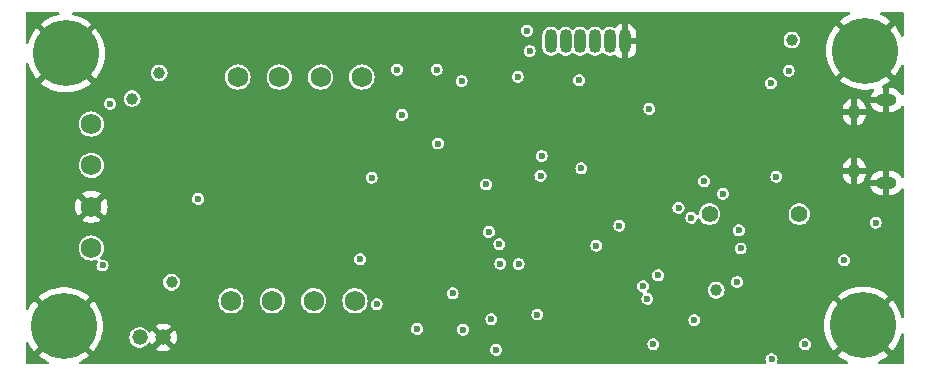
<source format=gbr>
%TF.GenerationSoftware,KiCad,Pcbnew,7.0.1*%
%TF.CreationDate,2023-06-15T13:01:31-07:00*%
%TF.ProjectId,Full-Flight-Computer,46756c6c-2d46-46c6-9967-68742d436f6d,1.0*%
%TF.SameCoordinates,Original*%
%TF.FileFunction,Copper,L2,Inr*%
%TF.FilePolarity,Positive*%
%FSLAX46Y46*%
G04 Gerber Fmt 4.6, Leading zero omitted, Abs format (unit mm)*
G04 Created by KiCad (PCBNEW 7.0.1) date 2023-06-15 13:01:31*
%MOMM*%
%LPD*%
G01*
G04 APERTURE LIST*
%TA.AperFunction,ComponentPad*%
%ADD10C,1.727200*%
%TD*%
%TA.AperFunction,ComponentPad*%
%ADD11C,5.588000*%
%TD*%
%TA.AperFunction,ComponentPad*%
%ADD12C,1.320800*%
%TD*%
%TA.AperFunction,ComponentPad*%
%ADD13C,1.408000*%
%TD*%
%TA.AperFunction,ComponentPad*%
%ADD14O,1.016000X1.300000*%
%TD*%
%TA.AperFunction,ComponentPad*%
%ADD15O,1.778000X1.016000*%
%TD*%
%TA.AperFunction,ComponentPad*%
%ADD16O,1.016000X2.032000*%
%TD*%
%TA.AperFunction,ViaPad*%
%ADD17C,0.600000*%
%TD*%
%TA.AperFunction,ViaPad*%
%ADD18C,1.000000*%
%TD*%
G04 APERTURE END LIST*
D10*
%TO.N,Net-(P5B-6)*%
%TO.C,P5*%
X121049402Y-96034201D03*
%TO.N,VIN_SW*%
X117549401Y-96034201D03*
%TO.N,Net-(P5A-6)*%
X114049401Y-96034201D03*
%TO.N,VIN_SW*%
X110549400Y-96034201D03*
%TD*%
D11*
%TO.N,Earth*%
%TO.C,H1*%
X164058600Y-98120200D03*
%TD*%
D12*
%TO.N,Earth*%
%TO.C,P2*%
X104809801Y-99129499D03*
%TO.N,Net-(P2-6)*%
X102809799Y-99129499D03*
%TD*%
D11*
%TO.N,Earth*%
%TO.C,H4*%
X96570800Y-75082400D03*
%TD*%
%TO.N,Earth*%
%TO.C,H3*%
X96393000Y-98171000D03*
%TD*%
D13*
%TO.N,VIN*%
%TO.C,BZ1*%
X151063800Y-88696800D03*
%TO.N,Net-(BZ1-+)*%
X158663800Y-88696800D03*
%TD*%
D10*
%TO.N,VIN*%
%TO.C,P3*%
X98729800Y-81066998D03*
%TO.N,VIN_SW*%
X98729800Y-84566999D03*
%TO.N,Earth*%
X98729800Y-88066999D03*
%TO.N,Net-(P3B-6)*%
X98729800Y-91567000D03*
%TD*%
D14*
%TO.N,Earth*%
%TO.C,P6*%
X163326500Y-85050000D03*
X163326500Y-80050000D03*
D15*
X166026500Y-86050000D03*
X166026500Y-79050000D03*
%TD*%
D11*
%TO.N,Earth*%
%TO.C,H2*%
X164236400Y-74853800D03*
%TD*%
D16*
%TO.N,3.3V*%
%TO.C,P1*%
X137621000Y-74066400D03*
%TO.N,SWDIO*%
X138871000Y-74066400D03*
%TO.N,SWCLK*%
X140121000Y-74066400D03*
%TO.N,SWO*%
X141371000Y-74066400D03*
%TO.N,NRST*%
X142621000Y-74066400D03*
%TO.N,Earth*%
X143871000Y-74066400D03*
%TD*%
D10*
%TO.N,VIN_SW*%
%TO.C,P4*%
X121630201Y-77089000D03*
%TO.N,Net-(P4A-6)*%
X118130200Y-77089000D03*
%TO.N,VIN_SW*%
X114630200Y-77089000D03*
%TO.N,Net-(P4B-6)*%
X111130199Y-77089000D03*
%TD*%
D17*
%TO.N,3.3V*%
X165125400Y-89408000D03*
%TO.N,Earth*%
X162330600Y-90880400D03*
%TO.N,VBAT_SENSE*%
X134899400Y-92913200D03*
X135610600Y-73152000D03*
%TO.N,Earth*%
X157632400Y-75285600D03*
X147675600Y-77190600D03*
X147193000Y-79806800D03*
%TO.N,3.3V*%
X145973800Y-79781400D03*
%TO.N,Earth*%
X152857200Y-76809600D03*
X151384000Y-76809600D03*
X152882600Y-78130400D03*
X151460200Y-78130400D03*
%TO.N,VIN*%
X156718000Y-85521800D03*
%TO.N,BEEP*%
X149529800Y-89001600D03*
X156311600Y-100990400D03*
%TO.N,Net-(BZ1-+)*%
X159167400Y-99709400D03*
%TO.N,3.3V*%
X153390600Y-94437200D03*
X162458400Y-92583000D03*
%TO.N,HG_ACC_SCL*%
X136855200Y-83769200D03*
%TO.N,HG_ACC_SDA*%
X136753600Y-85445600D03*
X153703400Y-91600400D03*
%TO.N,HG_ACC_SCL*%
X153543000Y-90068400D03*
%TO.N,Earth*%
X164642800Y-92100400D03*
X154025600Y-95758000D03*
D18*
%TO.N,3.3V*%
X151625300Y-95135700D03*
%TO.N,Earth*%
X147980400Y-100431600D03*
D17*
%TO.N,~{FLASH_HOLD}*%
X148437600Y-88163400D03*
X149783800Y-97663000D03*
%TO.N,~{FLASH_WP}*%
X143433800Y-89662000D03*
X146304000Y-99695000D03*
%TO.N,~{FLASH_SS}*%
X146710400Y-93878400D03*
X145796000Y-95859600D03*
%TO.N,3.3V*%
X136493900Y-97192400D03*
X132994400Y-100177600D03*
%TO.N,SDA*%
X132588000Y-97586800D03*
X141478000Y-91363800D03*
%TO.N,Earth*%
X130581400Y-99618800D03*
%TO.N,3.3V*%
X130200400Y-98475800D03*
%TO.N,Earth*%
X123113600Y-99948800D03*
%TO.N,IMU_INT2*%
X133273800Y-91236800D03*
X126318200Y-98403600D03*
%TO.N,3.3V*%
X129311400Y-95402400D03*
%TO.N,Earth*%
X127635000Y-94284800D03*
%TO.N,3.3V*%
X122885200Y-96316800D03*
%TO.N,Earth*%
X126492000Y-96316800D03*
X125145800Y-73812400D03*
%TO.N,BOOT*%
X135839200Y-74879200D03*
X134823200Y-77063600D03*
%TO.N,BP_SDA*%
X124612400Y-76454000D03*
X127965200Y-76454000D03*
%TO.N,SWO*%
X140030200Y-77343000D03*
%TO.N,Earth*%
X128219200Y-81635600D03*
%TO.N,3.3V*%
X125018800Y-80289400D03*
X130073400Y-77419200D03*
%TO.N,Earth*%
X126873000Y-78663800D03*
%TO.N,NRST*%
X140208000Y-84810600D03*
%TO.N,~{AUX2_CONT}*%
X100304600Y-79349600D03*
X128054600Y-82715600D03*
%TO.N,Earth*%
X123367800Y-86360000D03*
%TO.N,3.3V*%
X132156200Y-86182200D03*
X122453400Y-85598000D03*
%TO.N,Earth*%
X126314200Y-91211400D03*
%TO.N,3.3V*%
X121488200Y-92506800D03*
%TO.N,Earth*%
X133273800Y-80518000D03*
X132359400Y-76327000D03*
%TO.N,3.3V*%
X145440400Y-94792800D03*
%TO.N,Earth*%
X143535400Y-92837000D03*
X141681200Y-98221800D03*
%TO.N,3.3V*%
X133350000Y-92887800D03*
%TO.N,Earth*%
X131292600Y-94919800D03*
%TO.N,3.3V*%
X132384800Y-90195400D03*
X107772200Y-87401400D03*
X99669600Y-93040200D03*
D18*
%TO.N,VIN*%
X158038800Y-73964800D03*
D17*
%TO.N,Earth*%
X118694200Y-83286600D03*
X112445800Y-83261200D03*
D18*
%TO.N,3.3V*%
X102184200Y-78917800D03*
D17*
%TO.N,Earth*%
X115620800Y-89839800D03*
X108864400Y-89941400D03*
X132056000Y-85215600D03*
D18*
X107391200Y-81483200D03*
X106426000Y-77089000D03*
%TO.N,3.3V*%
X104470200Y-76733400D03*
%TO.N,VIN*%
X105511600Y-94462600D03*
D17*
%TO.N,TX_USB*%
X150596600Y-85902800D03*
X152196800Y-86969600D03*
%TO.N,/Peripherals/D+*%
X157759400Y-76555600D03*
%TO.N,Earth*%
X158724600Y-77190600D03*
%TO.N,/Peripherals/D+*%
X156260800Y-77597000D03*
%TD*%
%TA.AperFunction,Conductor*%
%TO.N,Earth*%
G36*
X95983208Y-71615145D02*
G01*
X96027758Y-71655113D01*
X96048398Y-71711293D01*
X96040318Y-71770597D01*
X96005401Y-71819208D01*
X95951781Y-71845801D01*
X95688266Y-71903804D01*
X95349771Y-72017857D01*
X95025598Y-72167835D01*
X94719540Y-72351984D01*
X94435169Y-72568157D01*
X94422301Y-72580345D01*
X94422301Y-72580347D01*
X96570798Y-74728846D01*
X96570799Y-74728846D01*
X98719297Y-72580347D01*
X98719297Y-72580346D01*
X98706426Y-72568155D01*
X98422059Y-72351984D01*
X98116001Y-72167835D01*
X97791828Y-72017857D01*
X97453333Y-71903804D01*
X97189819Y-71845801D01*
X97136199Y-71819208D01*
X97101282Y-71770597D01*
X97093202Y-71711293D01*
X97113842Y-71655113D01*
X97158392Y-71615145D01*
X97216475Y-71600700D01*
X162859595Y-71600700D01*
X162923524Y-71618450D01*
X162969150Y-71666617D01*
X162983413Y-71731413D01*
X162962228Y-71794287D01*
X162911661Y-71837239D01*
X162691198Y-71939235D01*
X162385140Y-72123384D01*
X162100769Y-72339557D01*
X162087901Y-72351745D01*
X162087901Y-72351747D01*
X164236400Y-74500246D01*
X164236401Y-74500246D01*
X166384897Y-72351747D01*
X166384897Y-72351746D01*
X166372026Y-72339555D01*
X166087659Y-72123384D01*
X165781601Y-71939235D01*
X165561139Y-71837239D01*
X165510572Y-71794287D01*
X165489387Y-71731413D01*
X165503650Y-71666617D01*
X165549276Y-71618450D01*
X165613205Y-71600700D01*
X167390900Y-71600700D01*
X167452900Y-71617313D01*
X167498287Y-71662700D01*
X167514900Y-71724700D01*
X167514900Y-73536608D01*
X167496452Y-73601684D01*
X167446596Y-73647396D01*
X167380167Y-73660143D01*
X167316932Y-73636131D01*
X167275707Y-73582505D01*
X167230344Y-73468652D01*
X167063035Y-73153075D01*
X166862580Y-72857425D01*
X166735701Y-72708052D01*
X166735700Y-72708051D01*
X164589953Y-74853800D01*
X164589953Y-74853801D01*
X166735700Y-76999546D01*
X166735701Y-76999546D01*
X166862584Y-76850168D01*
X167063032Y-76554531D01*
X167230344Y-76238947D01*
X167275707Y-76125095D01*
X167316932Y-76071469D01*
X167380167Y-76047457D01*
X167446596Y-76060204D01*
X167496452Y-76105916D01*
X167514900Y-76170992D01*
X167514900Y-78488440D01*
X167497879Y-78551142D01*
X167451489Y-78596630D01*
X167388465Y-78612416D01*
X167326110Y-78594167D01*
X167281542Y-78546893D01*
X167249676Y-78487277D01*
X167123712Y-78333787D01*
X166970222Y-78207823D01*
X166795111Y-78114223D01*
X166605104Y-78056585D01*
X166457018Y-78042000D01*
X166276500Y-78042000D01*
X166276500Y-80058000D01*
X166457018Y-80058000D01*
X166605104Y-80043414D01*
X166795111Y-79985776D01*
X166970222Y-79892176D01*
X167123712Y-79766212D01*
X167249676Y-79612722D01*
X167281542Y-79553107D01*
X167326110Y-79505833D01*
X167388465Y-79487584D01*
X167451489Y-79503370D01*
X167497879Y-79548858D01*
X167514900Y-79611560D01*
X167514900Y-85488440D01*
X167497879Y-85551142D01*
X167451489Y-85596630D01*
X167388465Y-85612416D01*
X167326110Y-85594167D01*
X167281542Y-85546893D01*
X167249676Y-85487277D01*
X167123712Y-85333787D01*
X166970222Y-85207823D01*
X166795111Y-85114223D01*
X166605104Y-85056585D01*
X166457018Y-85042000D01*
X166276500Y-85042000D01*
X166276500Y-87058000D01*
X166457018Y-87058000D01*
X166605104Y-87043414D01*
X166795111Y-86985776D01*
X166970222Y-86892176D01*
X167123712Y-86766212D01*
X167249676Y-86612722D01*
X167281542Y-86553107D01*
X167326110Y-86505833D01*
X167388465Y-86487584D01*
X167451489Y-86503370D01*
X167497879Y-86548858D01*
X167514900Y-86611560D01*
X167514900Y-97345842D01*
X167500975Y-97402933D01*
X167462329Y-97447202D01*
X167407640Y-97468707D01*
X167349192Y-97462617D01*
X167300110Y-97430301D01*
X167271420Y-97379016D01*
X167184754Y-97066874D01*
X167052544Y-96735052D01*
X166885235Y-96419475D01*
X166684780Y-96123825D01*
X166557901Y-95974452D01*
X166557900Y-95974451D01*
X164412153Y-98120199D01*
X166557900Y-100265946D01*
X166557901Y-100265946D01*
X166684784Y-100116568D01*
X166885232Y-99820931D01*
X167052544Y-99505347D01*
X167184754Y-99173525D01*
X167271420Y-98861384D01*
X167300110Y-98810099D01*
X167349192Y-98777783D01*
X167407640Y-98771693D01*
X167462329Y-98793198D01*
X167500975Y-98837467D01*
X167514900Y-98894558D01*
X167514900Y-101247569D01*
X167498301Y-101309545D01*
X167452949Y-101354928D01*
X167390984Y-101371569D01*
X165436363Y-101372895D01*
X165372408Y-101355180D01*
X165326747Y-101307022D01*
X165312459Y-101242215D01*
X165333636Y-101179322D01*
X165384213Y-101136356D01*
X165603801Y-101034764D01*
X165909859Y-100850615D01*
X166194226Y-100634444D01*
X166207097Y-100622252D01*
X166207097Y-100622251D01*
X164058601Y-98473753D01*
X164058600Y-98473753D01*
X161910101Y-100622251D01*
X161910101Y-100622252D01*
X161922973Y-100634444D01*
X162207340Y-100850615D01*
X162513398Y-101034764D01*
X162737022Y-101138223D01*
X162787580Y-101181161D01*
X162808772Y-101244015D01*
X162794535Y-101308800D01*
X162748942Y-101356978D01*
X162685040Y-101374762D01*
X156881040Y-101378702D01*
X156821584Y-101363564D01*
X156776663Y-101321776D01*
X156757273Y-101263568D01*
X156768161Y-101203193D01*
X156799867Y-101133768D01*
X156820480Y-100990400D01*
X156799867Y-100847032D01*
X156739697Y-100715279D01*
X156739696Y-100715278D01*
X156739696Y-100715277D01*
X156644847Y-100605815D01*
X156644846Y-100605814D01*
X156522996Y-100527506D01*
X156522995Y-100527505D01*
X156522994Y-100527505D01*
X156384022Y-100486700D01*
X156384021Y-100486700D01*
X156239179Y-100486700D01*
X156239178Y-100486700D01*
X156100205Y-100527505D01*
X155978352Y-100605815D01*
X155883503Y-100715277D01*
X155823332Y-100847031D01*
X155802720Y-100990399D01*
X155823332Y-101133768D01*
X155855390Y-101203963D01*
X155866282Y-101264300D01*
X155846934Y-101322479D01*
X155802078Y-101364277D01*
X155742680Y-101379475D01*
X97781290Y-101418825D01*
X97717335Y-101401110D01*
X97671674Y-101352952D01*
X97657386Y-101288145D01*
X97678563Y-101225252D01*
X97729140Y-101182286D01*
X97938201Y-101085564D01*
X98244259Y-100901415D01*
X98528626Y-100685244D01*
X98541497Y-100673052D01*
X98541497Y-100673051D01*
X96393001Y-98524553D01*
X96393000Y-98524553D01*
X94244501Y-100673051D01*
X94244501Y-100673052D01*
X94257373Y-100685244D01*
X94541740Y-100901415D01*
X94847798Y-101085564D01*
X95060929Y-101184169D01*
X95111487Y-101227107D01*
X95132679Y-101289961D01*
X95118442Y-101354746D01*
X95072849Y-101402924D01*
X95008947Y-101420708D01*
X94443234Y-101421092D01*
X93289382Y-101421875D01*
X93227349Y-101405291D01*
X93181927Y-101359900D01*
X93165300Y-101297876D01*
X93165300Y-99613851D01*
X93182363Y-99551077D01*
X93228858Y-99505580D01*
X93291986Y-99489880D01*
X93354376Y-99508299D01*
X93398856Y-99555768D01*
X93566369Y-99871731D01*
X93766819Y-100167374D01*
X93893697Y-100316746D01*
X93893698Y-100316747D01*
X96039446Y-98170999D01*
X96746553Y-98170999D01*
X98892300Y-100316746D01*
X98892301Y-100316746D01*
X99019184Y-100167368D01*
X99059699Y-100107613D01*
X104185238Y-100107613D01*
X104290349Y-100172695D01*
X104490882Y-100250382D01*
X104702276Y-100289899D01*
X104917326Y-100289899D01*
X105128719Y-100250382D01*
X105316591Y-100177600D01*
X132485520Y-100177600D01*
X132506132Y-100320968D01*
X132566303Y-100452722D01*
X132661152Y-100562184D01*
X132661154Y-100562186D01*
X132783004Y-100640494D01*
X132852491Y-100660897D01*
X132921978Y-100681300D01*
X132921979Y-100681300D01*
X133066821Y-100681300D01*
X133066822Y-100681300D01*
X133113146Y-100667697D01*
X133205796Y-100640494D01*
X133327646Y-100562186D01*
X133422497Y-100452721D01*
X133482667Y-100320968D01*
X133503280Y-100177600D01*
X133482667Y-100034232D01*
X133464110Y-99993599D01*
X133422496Y-99902477D01*
X133327647Y-99793015D01*
X133327646Y-99793014D01*
X133205796Y-99714706D01*
X133205795Y-99714705D01*
X133205794Y-99714705D01*
X133138684Y-99695000D01*
X145795120Y-99695000D01*
X145815732Y-99838368D01*
X145875903Y-99970122D01*
X145970752Y-100079584D01*
X145970754Y-100079586D01*
X146092604Y-100157894D01*
X146159718Y-100177600D01*
X146231578Y-100198700D01*
X146231579Y-100198700D01*
X146376421Y-100198700D01*
X146376422Y-100198700D01*
X146448282Y-100177600D01*
X146515396Y-100157894D01*
X146637246Y-100079586D01*
X146732097Y-99970121D01*
X146792267Y-99838368D01*
X146810810Y-99709400D01*
X158658520Y-99709400D01*
X158679132Y-99852768D01*
X158739303Y-99984522D01*
X158821676Y-100079586D01*
X158834154Y-100093986D01*
X158956004Y-100172294D01*
X159025491Y-100192697D01*
X159094978Y-100213100D01*
X159094979Y-100213100D01*
X159239821Y-100213100D01*
X159239822Y-100213100D01*
X159288864Y-100198700D01*
X159378796Y-100172294D01*
X159500646Y-100093986D01*
X159595497Y-99984521D01*
X159655667Y-99852768D01*
X159676280Y-99709400D01*
X159655667Y-99566032D01*
X159649090Y-99551631D01*
X159595496Y-99434277D01*
X159500647Y-99324815D01*
X159500646Y-99324814D01*
X159378796Y-99246506D01*
X159378795Y-99246505D01*
X159378794Y-99246505D01*
X159239822Y-99205700D01*
X159239821Y-99205700D01*
X159094979Y-99205700D01*
X159094978Y-99205700D01*
X158956005Y-99246505D01*
X158834152Y-99324815D01*
X158739303Y-99434277D01*
X158679132Y-99566031D01*
X158658520Y-99709400D01*
X146810810Y-99709400D01*
X146812880Y-99695000D01*
X146792267Y-99551632D01*
X146772477Y-99508299D01*
X146732096Y-99419877D01*
X146637247Y-99310415D01*
X146637246Y-99310414D01*
X146515396Y-99232106D01*
X146515395Y-99232105D01*
X146515394Y-99232105D01*
X146376422Y-99191300D01*
X146376421Y-99191300D01*
X146231579Y-99191300D01*
X146231578Y-99191300D01*
X146092605Y-99232105D01*
X145970752Y-99310415D01*
X145875903Y-99419877D01*
X145815732Y-99551631D01*
X145795120Y-99695000D01*
X133138684Y-99695000D01*
X133066822Y-99673900D01*
X133066821Y-99673900D01*
X132921979Y-99673900D01*
X132921978Y-99673900D01*
X132783005Y-99714705D01*
X132661152Y-99793015D01*
X132566303Y-99902477D01*
X132506132Y-100034231D01*
X132485520Y-100177600D01*
X105316591Y-100177600D01*
X105329252Y-100172695D01*
X105434362Y-100107613D01*
X104809802Y-99483052D01*
X104809801Y-99483052D01*
X104185238Y-100107613D01*
X99059699Y-100107613D01*
X99219632Y-99871731D01*
X99386944Y-99556147D01*
X99519154Y-99224325D01*
X99545482Y-99129498D01*
X101940939Y-99129498D01*
X101959926Y-99310146D01*
X102016055Y-99482896D01*
X102106875Y-99640202D01*
X102228418Y-99775189D01*
X102375367Y-99881953D01*
X102541308Y-99955835D01*
X102718976Y-99993599D01*
X102718978Y-99993599D01*
X102900620Y-99993599D01*
X102900622Y-99993599D01*
X103078289Y-99955835D01*
X103078290Y-99955834D01*
X103078292Y-99955834D01*
X103244229Y-99881954D01*
X103391180Y-99775188D01*
X103512722Y-99640202D01*
X103534222Y-99602961D01*
X103581267Y-99556635D01*
X103645425Y-99541022D01*
X103708500Y-99560553D01*
X103752608Y-99609691D01*
X103818983Y-99742988D01*
X103829212Y-99756532D01*
X104456247Y-99129500D01*
X105163354Y-99129500D01*
X105790388Y-99756532D01*
X105790389Y-99756532D01*
X105800620Y-99742986D01*
X105896478Y-99550478D01*
X105955329Y-99343637D01*
X105975171Y-99129499D01*
X105955329Y-98915360D01*
X105896478Y-98708519D01*
X105800618Y-98516008D01*
X105790389Y-98502463D01*
X105163354Y-99129499D01*
X105163354Y-99129500D01*
X104456247Y-99129500D01*
X104456247Y-99129499D01*
X103829212Y-98502464D01*
X103829211Y-98502464D01*
X103818984Y-98516007D01*
X103752608Y-98649307D01*
X103708500Y-98698444D01*
X103645425Y-98717975D01*
X103581268Y-98702362D01*
X103534220Y-98656032D01*
X103512722Y-98618795D01*
X103391179Y-98483808D01*
X103244230Y-98377044D01*
X103078289Y-98303162D01*
X102900622Y-98265399D01*
X102900620Y-98265399D01*
X102718978Y-98265399D01*
X102718976Y-98265399D01*
X102541308Y-98303162D01*
X102375367Y-98377044D01*
X102228418Y-98483808D01*
X102106875Y-98618795D01*
X102016055Y-98776101D01*
X101959926Y-98948851D01*
X101940939Y-99129498D01*
X99545482Y-99129498D01*
X99614711Y-98880158D01*
X99672500Y-98527660D01*
X99691838Y-98170999D01*
X99690774Y-98151383D01*
X104185238Y-98151383D01*
X104809801Y-98775945D01*
X104809802Y-98775945D01*
X105182147Y-98403599D01*
X125809320Y-98403599D01*
X125829932Y-98546968D01*
X125890103Y-98678722D01*
X125970663Y-98771693D01*
X125984954Y-98788186D01*
X126106804Y-98866494D01*
X126153340Y-98880158D01*
X126245778Y-98907300D01*
X126245779Y-98907300D01*
X126390621Y-98907300D01*
X126390622Y-98907300D01*
X126436946Y-98893697D01*
X126529596Y-98866494D01*
X126651446Y-98788186D01*
X126746297Y-98678721D01*
X126806467Y-98546968D01*
X126816699Y-98475800D01*
X129691520Y-98475800D01*
X129692671Y-98483808D01*
X129712132Y-98619168D01*
X129772303Y-98750922D01*
X129867152Y-98860384D01*
X129867154Y-98860386D01*
X129989004Y-98938694D01*
X130058491Y-98959097D01*
X130127978Y-98979500D01*
X130127979Y-98979500D01*
X130272821Y-98979500D01*
X130272822Y-98979500D01*
X130319146Y-98965897D01*
X130411796Y-98938694D01*
X130533646Y-98860386D01*
X130628497Y-98750921D01*
X130688667Y-98619168D01*
X130709280Y-98475800D01*
X130688667Y-98332432D01*
X130628497Y-98200679D01*
X130628496Y-98200678D01*
X130628496Y-98200677D01*
X130533647Y-98091215D01*
X130533646Y-98091214D01*
X130411796Y-98012906D01*
X130411795Y-98012905D01*
X130411794Y-98012905D01*
X130272822Y-97972100D01*
X130272821Y-97972100D01*
X130127979Y-97972100D01*
X130127978Y-97972100D01*
X129989005Y-98012905D01*
X129867152Y-98091215D01*
X129772303Y-98200677D01*
X129712132Y-98332431D01*
X129691814Y-98473753D01*
X129691520Y-98475800D01*
X126816699Y-98475800D01*
X126827080Y-98403600D01*
X126806467Y-98260232D01*
X126746297Y-98128479D01*
X126746296Y-98128478D01*
X126746296Y-98128477D01*
X126651447Y-98019015D01*
X126651446Y-98019014D01*
X126529596Y-97940706D01*
X126529595Y-97940705D01*
X126529594Y-97940705D01*
X126390622Y-97899900D01*
X126390621Y-97899900D01*
X126245779Y-97899900D01*
X126245778Y-97899900D01*
X126106805Y-97940705D01*
X125984952Y-98019015D01*
X125890103Y-98128477D01*
X125829932Y-98260231D01*
X125809320Y-98403599D01*
X105182147Y-98403599D01*
X105434362Y-98151383D01*
X105434361Y-98151382D01*
X105329254Y-98086303D01*
X105128719Y-98008615D01*
X104917326Y-97969099D01*
X104702276Y-97969099D01*
X104490882Y-98008615D01*
X104290346Y-98086303D01*
X104185239Y-98151382D01*
X104185238Y-98151383D01*
X99690774Y-98151383D01*
X99672500Y-97814339D01*
X99635197Y-97586800D01*
X132079120Y-97586800D01*
X132099732Y-97730168D01*
X132159903Y-97861922D01*
X132252772Y-97969099D01*
X132254754Y-97971386D01*
X132376604Y-98049694D01*
X132446091Y-98070097D01*
X132515578Y-98090500D01*
X132515579Y-98090500D01*
X132660421Y-98090500D01*
X132660422Y-98090500D01*
X132706746Y-98076897D01*
X132799396Y-98049694D01*
X132921246Y-97971386D01*
X133016097Y-97861921D01*
X133076267Y-97730168D01*
X133096880Y-97586800D01*
X133076267Y-97443432D01*
X133070270Y-97430301D01*
X133016096Y-97311677D01*
X132921247Y-97202215D01*
X132921246Y-97202214D01*
X132905974Y-97192399D01*
X135985020Y-97192399D01*
X136005632Y-97335768D01*
X136065803Y-97467522D01*
X136160652Y-97576984D01*
X136160654Y-97576986D01*
X136282504Y-97655294D01*
X136308749Y-97663000D01*
X136421478Y-97696100D01*
X136421479Y-97696100D01*
X136566321Y-97696100D01*
X136566322Y-97696100D01*
X136612646Y-97682497D01*
X136679050Y-97663000D01*
X149274920Y-97663000D01*
X149295532Y-97806368D01*
X149355703Y-97938122D01*
X149425796Y-98019014D01*
X149450554Y-98047586D01*
X149572404Y-98125894D01*
X149641891Y-98146296D01*
X149711378Y-98166700D01*
X149711379Y-98166700D01*
X149856221Y-98166700D01*
X149856222Y-98166700D01*
X149908390Y-98151382D01*
X149995196Y-98125894D01*
X150004058Y-98120199D01*
X160759761Y-98120199D01*
X160779099Y-98476860D01*
X160836888Y-98829358D01*
X160932445Y-99173525D01*
X161064655Y-99505347D01*
X161231964Y-99820924D01*
X161432419Y-100116574D01*
X161559297Y-100265946D01*
X161559298Y-100265947D01*
X163705046Y-98120200D01*
X163705046Y-98120198D01*
X161559298Y-95974451D01*
X161559297Y-95974452D01*
X161432419Y-96123825D01*
X161231964Y-96419475D01*
X161064655Y-96735052D01*
X160932445Y-97066874D01*
X160836888Y-97411041D01*
X160779099Y-97763539D01*
X160759761Y-98120199D01*
X150004058Y-98120199D01*
X150117046Y-98047586D01*
X150211897Y-97938121D01*
X150272067Y-97806368D01*
X150292680Y-97663000D01*
X150272067Y-97519632D01*
X150237267Y-97443432D01*
X150211896Y-97387877D01*
X150117047Y-97278415D01*
X150117046Y-97278414D01*
X149995196Y-97200106D01*
X149995195Y-97200105D01*
X149995194Y-97200105D01*
X149856222Y-97159300D01*
X149856221Y-97159300D01*
X149711379Y-97159300D01*
X149711378Y-97159300D01*
X149572405Y-97200105D01*
X149450552Y-97278415D01*
X149355703Y-97387877D01*
X149295532Y-97519631D01*
X149274920Y-97663000D01*
X136679050Y-97663000D01*
X136705296Y-97655294D01*
X136827146Y-97576986D01*
X136921997Y-97467521D01*
X136982167Y-97335768D01*
X137002780Y-97192400D01*
X136982167Y-97049032D01*
X136971204Y-97025027D01*
X136921996Y-96917277D01*
X136827147Y-96807815D01*
X136827146Y-96807814D01*
X136705296Y-96729506D01*
X136705295Y-96729505D01*
X136705294Y-96729505D01*
X136566322Y-96688700D01*
X136566321Y-96688700D01*
X136421479Y-96688700D01*
X136421478Y-96688700D01*
X136282505Y-96729505D01*
X136160652Y-96807815D01*
X136065803Y-96917277D01*
X136005632Y-97049031D01*
X135985020Y-97192399D01*
X132905974Y-97192399D01*
X132799396Y-97123906D01*
X132799395Y-97123905D01*
X132799394Y-97123905D01*
X132660422Y-97083100D01*
X132660421Y-97083100D01*
X132515579Y-97083100D01*
X132515578Y-97083100D01*
X132376605Y-97123905D01*
X132254752Y-97202215D01*
X132159903Y-97311677D01*
X132099732Y-97443431D01*
X132079120Y-97586800D01*
X99635197Y-97586800D01*
X99614711Y-97461841D01*
X99519154Y-97117674D01*
X99386944Y-96785852D01*
X99219635Y-96470275D01*
X99019180Y-96174625D01*
X98899902Y-96034200D01*
X109476936Y-96034200D01*
X109497542Y-96243426D01*
X109497543Y-96243428D01*
X109558572Y-96444615D01*
X109657679Y-96630030D01*
X109705828Y-96688700D01*
X109791052Y-96792548D01*
X109863642Y-96852120D01*
X109953571Y-96925922D01*
X110138986Y-97025029D01*
X110340173Y-97086058D01*
X110549400Y-97106665D01*
X110758627Y-97086058D01*
X110959814Y-97025029D01*
X111145229Y-96925922D01*
X111307747Y-96792548D01*
X111441121Y-96630030D01*
X111540228Y-96444615D01*
X111601257Y-96243428D01*
X111621864Y-96034201D01*
X111621864Y-96034200D01*
X112976937Y-96034200D01*
X112997543Y-96243426D01*
X112997544Y-96243428D01*
X113058573Y-96444615D01*
X113157680Y-96630030D01*
X113205829Y-96688700D01*
X113291053Y-96792548D01*
X113363643Y-96852120D01*
X113453572Y-96925922D01*
X113638987Y-97025029D01*
X113840174Y-97086058D01*
X114049401Y-97106665D01*
X114258628Y-97086058D01*
X114459815Y-97025029D01*
X114645230Y-96925922D01*
X114807748Y-96792548D01*
X114941122Y-96630030D01*
X115040229Y-96444615D01*
X115101258Y-96243428D01*
X115121865Y-96034201D01*
X115121865Y-96034200D01*
X116476937Y-96034200D01*
X116497543Y-96243426D01*
X116497544Y-96243428D01*
X116558573Y-96444615D01*
X116657680Y-96630030D01*
X116705829Y-96688700D01*
X116791053Y-96792548D01*
X116863643Y-96852120D01*
X116953572Y-96925922D01*
X117138987Y-97025029D01*
X117340174Y-97086058D01*
X117549401Y-97106665D01*
X117758628Y-97086058D01*
X117959815Y-97025029D01*
X118145230Y-96925922D01*
X118307748Y-96792548D01*
X118441122Y-96630030D01*
X118540229Y-96444615D01*
X118601258Y-96243428D01*
X118621865Y-96034201D01*
X118621865Y-96034200D01*
X119976938Y-96034200D01*
X119997544Y-96243426D01*
X119997545Y-96243428D01*
X120058574Y-96444615D01*
X120157681Y-96630030D01*
X120205830Y-96688700D01*
X120291054Y-96792548D01*
X120363644Y-96852120D01*
X120453573Y-96925922D01*
X120638988Y-97025029D01*
X120840175Y-97086058D01*
X121049402Y-97106665D01*
X121258629Y-97086058D01*
X121459816Y-97025029D01*
X121645231Y-96925922D01*
X121807749Y-96792548D01*
X121941123Y-96630030D01*
X122040230Y-96444615D01*
X122079002Y-96316800D01*
X122376320Y-96316800D01*
X122396932Y-96460168D01*
X122457103Y-96591922D01*
X122551952Y-96701384D01*
X122551954Y-96701386D01*
X122673804Y-96779694D01*
X122743291Y-96800097D01*
X122812778Y-96820500D01*
X122812779Y-96820500D01*
X122957621Y-96820500D01*
X122957622Y-96820500D01*
X123003946Y-96806897D01*
X123096596Y-96779694D01*
X123218446Y-96701386D01*
X123313297Y-96591921D01*
X123373467Y-96460168D01*
X123394080Y-96316800D01*
X123373467Y-96173432D01*
X123313297Y-96041679D01*
X123313296Y-96041678D01*
X123313296Y-96041677D01*
X123218447Y-95932215D01*
X123218446Y-95932214D01*
X123096596Y-95853906D01*
X123096595Y-95853905D01*
X123096594Y-95853905D01*
X122957622Y-95813100D01*
X122957621Y-95813100D01*
X122812779Y-95813100D01*
X122812778Y-95813100D01*
X122673805Y-95853905D01*
X122551952Y-95932215D01*
X122457103Y-96041677D01*
X122396932Y-96173431D01*
X122376320Y-96316800D01*
X122079002Y-96316800D01*
X122101259Y-96243428D01*
X122121866Y-96034201D01*
X122101259Y-95824974D01*
X122040230Y-95623787D01*
X121941123Y-95438372D01*
X121911601Y-95402399D01*
X128802520Y-95402399D01*
X128823132Y-95545768D01*
X128883303Y-95677522D01*
X128978152Y-95786984D01*
X128978154Y-95786986D01*
X129100004Y-95865294D01*
X129169491Y-95885697D01*
X129238978Y-95906100D01*
X129238979Y-95906100D01*
X129383821Y-95906100D01*
X129383822Y-95906100D01*
X129430146Y-95892497D01*
X129522796Y-95865294D01*
X129644646Y-95786986D01*
X129739497Y-95677521D01*
X129799667Y-95545768D01*
X129820280Y-95402400D01*
X129799667Y-95259032D01*
X129775691Y-95206533D01*
X129739496Y-95127277D01*
X129644647Y-95017815D01*
X129644646Y-95017814D01*
X129522796Y-94939506D01*
X129522795Y-94939505D01*
X129522794Y-94939505D01*
X129383822Y-94898700D01*
X129383821Y-94898700D01*
X129238979Y-94898700D01*
X129238978Y-94898700D01*
X129100005Y-94939505D01*
X128978152Y-95017815D01*
X128883303Y-95127277D01*
X128823132Y-95259031D01*
X128802520Y-95402399D01*
X121911601Y-95402399D01*
X121824693Y-95296500D01*
X121807749Y-95275853D01*
X121674256Y-95166300D01*
X121645231Y-95142480D01*
X121482798Y-95055657D01*
X121459818Y-95043374D01*
X121459817Y-95043373D01*
X121459816Y-95043373D01*
X121291793Y-94992404D01*
X121258627Y-94982343D01*
X121072259Y-94963988D01*
X121049402Y-94961737D01*
X121049401Y-94961737D01*
X120840176Y-94982343D01*
X120638985Y-95043374D01*
X120453574Y-95142479D01*
X120291054Y-95275853D01*
X120157680Y-95438373D01*
X120058575Y-95623784D01*
X119997544Y-95824975D01*
X119976938Y-96034200D01*
X118621865Y-96034200D01*
X118601258Y-95824974D01*
X118540229Y-95623787D01*
X118441122Y-95438372D01*
X118324692Y-95296500D01*
X118307748Y-95275853D01*
X118174255Y-95166300D01*
X118145230Y-95142480D01*
X117982797Y-95055657D01*
X117959817Y-95043374D01*
X117959816Y-95043373D01*
X117959815Y-95043373D01*
X117791792Y-94992404D01*
X117758626Y-94982343D01*
X117572258Y-94963988D01*
X117549401Y-94961737D01*
X117549400Y-94961737D01*
X117340175Y-94982343D01*
X117138984Y-95043374D01*
X116953573Y-95142479D01*
X116791053Y-95275853D01*
X116657679Y-95438373D01*
X116558574Y-95623784D01*
X116497543Y-95824975D01*
X116476937Y-96034200D01*
X115121865Y-96034200D01*
X115101258Y-95824974D01*
X115040229Y-95623787D01*
X114941122Y-95438372D01*
X114824692Y-95296500D01*
X114807748Y-95275853D01*
X114674255Y-95166300D01*
X114645230Y-95142480D01*
X114482797Y-95055657D01*
X114459817Y-95043374D01*
X114459816Y-95043373D01*
X114459815Y-95043373D01*
X114291792Y-94992404D01*
X114258626Y-94982343D01*
X114072258Y-94963988D01*
X114049401Y-94961737D01*
X114049400Y-94961737D01*
X113840175Y-94982343D01*
X113638984Y-95043374D01*
X113453573Y-95142479D01*
X113291053Y-95275853D01*
X113157679Y-95438373D01*
X113058574Y-95623784D01*
X112997543Y-95824975D01*
X112976937Y-96034200D01*
X111621864Y-96034200D01*
X111601257Y-95824974D01*
X111540228Y-95623787D01*
X111441121Y-95438372D01*
X111324691Y-95296500D01*
X111307747Y-95275853D01*
X111174254Y-95166300D01*
X111145229Y-95142480D01*
X110982796Y-95055657D01*
X110959816Y-95043374D01*
X110959815Y-95043373D01*
X110959814Y-95043373D01*
X110791791Y-94992404D01*
X110758625Y-94982343D01*
X110572257Y-94963988D01*
X110549400Y-94961737D01*
X110549399Y-94961737D01*
X110340174Y-94982343D01*
X110138983Y-95043374D01*
X109953572Y-95142479D01*
X109791052Y-95275853D01*
X109657678Y-95438373D01*
X109558573Y-95623784D01*
X109497542Y-95824975D01*
X109476936Y-96034200D01*
X98899902Y-96034200D01*
X98892301Y-96025252D01*
X98892300Y-96025251D01*
X96746553Y-98170999D01*
X96039446Y-98170999D01*
X93893698Y-96025251D01*
X93893697Y-96025252D01*
X93766819Y-96174625D01*
X93566369Y-96470268D01*
X93398856Y-96786232D01*
X93354376Y-96833701D01*
X93291986Y-96852120D01*
X93228858Y-96836420D01*
X93182363Y-96790923D01*
X93165300Y-96728149D01*
X93165300Y-95668947D01*
X94244501Y-95668947D01*
X96393000Y-97817446D01*
X96393001Y-97817446D01*
X98541497Y-95668947D01*
X98541497Y-95668946D01*
X98528626Y-95656755D01*
X98244259Y-95440584D01*
X97938201Y-95256435D01*
X97614028Y-95106457D01*
X97275533Y-94992404D01*
X96926692Y-94915619D01*
X96571596Y-94877000D01*
X96214404Y-94877000D01*
X95859307Y-94915619D01*
X95510466Y-94992404D01*
X95171971Y-95106457D01*
X94847798Y-95256435D01*
X94541740Y-95440584D01*
X94257369Y-95656757D01*
X94244501Y-95668945D01*
X94244501Y-95668947D01*
X93165300Y-95668947D01*
X93165300Y-94462600D01*
X104802731Y-94462600D01*
X104823330Y-94632243D01*
X104883928Y-94792026D01*
X104942581Y-94877000D01*
X104981005Y-94932666D01*
X105108917Y-95045987D01*
X105260232Y-95125403D01*
X105426155Y-95166300D01*
X105597044Y-95166300D01*
X105597045Y-95166300D01*
X105762968Y-95125403D01*
X105914283Y-95045987D01*
X106042195Y-94932666D01*
X106138737Y-94792800D01*
X144931520Y-94792800D01*
X144952132Y-94936168D01*
X145012303Y-95067922D01*
X145097548Y-95166300D01*
X145107154Y-95177386D01*
X145229004Y-95255694D01*
X145367979Y-95296500D01*
X145381708Y-95300531D01*
X145434455Y-95331826D01*
X145465751Y-95384572D01*
X145467940Y-95445865D01*
X145440488Y-95500710D01*
X145367902Y-95584479D01*
X145307732Y-95716231D01*
X145287120Y-95859599D01*
X145307732Y-96002968D01*
X145367903Y-96134722D01*
X145462095Y-96243426D01*
X145462754Y-96244186D01*
X145584604Y-96322494D01*
X145654091Y-96342896D01*
X145723578Y-96363300D01*
X145723579Y-96363300D01*
X145868421Y-96363300D01*
X145868422Y-96363300D01*
X145914745Y-96349698D01*
X146007396Y-96322494D01*
X146129246Y-96244186D01*
X146224097Y-96134721D01*
X146284267Y-96002968D01*
X146304880Y-95859600D01*
X146287230Y-95736843D01*
X146284267Y-95716231D01*
X146224096Y-95584477D01*
X146129247Y-95475015D01*
X146129246Y-95475014D01*
X146007396Y-95396706D01*
X145930294Y-95374067D01*
X145854690Y-95351868D01*
X145801944Y-95320572D01*
X145770648Y-95267826D01*
X145768459Y-95206533D01*
X145795910Y-95151691D01*
X145809766Y-95135700D01*
X150916431Y-95135700D01*
X150937030Y-95305343D01*
X150997628Y-95465126D01*
X151080011Y-95584479D01*
X151094705Y-95605766D01*
X151222617Y-95719087D01*
X151373932Y-95798503D01*
X151539855Y-95839400D01*
X151710744Y-95839400D01*
X151710745Y-95839400D01*
X151876668Y-95798503D01*
X152027983Y-95719087D01*
X152141920Y-95618147D01*
X161910101Y-95618147D01*
X164058600Y-97766646D01*
X164058601Y-97766646D01*
X166207097Y-95618147D01*
X166207097Y-95618146D01*
X166194226Y-95605955D01*
X165909859Y-95389784D01*
X165603801Y-95205635D01*
X165279628Y-95055657D01*
X164941133Y-94941604D01*
X164592292Y-94864819D01*
X164237196Y-94826200D01*
X163880004Y-94826200D01*
X163524907Y-94864819D01*
X163176066Y-94941604D01*
X162837571Y-95055657D01*
X162513398Y-95205635D01*
X162207340Y-95389784D01*
X161922969Y-95605957D01*
X161910101Y-95618145D01*
X161910101Y-95618147D01*
X152141920Y-95618147D01*
X152155895Y-95605766D01*
X152252971Y-95465127D01*
X152313570Y-95305343D01*
X152334168Y-95135700D01*
X152313570Y-94966057D01*
X152252971Y-94806273D01*
X152155895Y-94665634D01*
X152027983Y-94552313D01*
X151876668Y-94472897D01*
X151731842Y-94437200D01*
X152881720Y-94437200D01*
X152902332Y-94580568D01*
X152962503Y-94712322D01*
X153043912Y-94806273D01*
X153057354Y-94821786D01*
X153179204Y-94900094D01*
X153232078Y-94915619D01*
X153318178Y-94940900D01*
X153318179Y-94940900D01*
X153463021Y-94940900D01*
X153463022Y-94940900D01*
X153509346Y-94927297D01*
X153601996Y-94900094D01*
X153723846Y-94821786D01*
X153818697Y-94712321D01*
X153878867Y-94580568D01*
X153899480Y-94437200D01*
X153878867Y-94293832D01*
X153878467Y-94292957D01*
X153818696Y-94162077D01*
X153723847Y-94052615D01*
X153723846Y-94052614D01*
X153601996Y-93974306D01*
X153601995Y-93974305D01*
X153601994Y-93974305D01*
X153463022Y-93933500D01*
X153463021Y-93933500D01*
X153318179Y-93933500D01*
X153318178Y-93933500D01*
X153179205Y-93974305D01*
X153057352Y-94052615D01*
X152962503Y-94162077D01*
X152902332Y-94293831D01*
X152881720Y-94437200D01*
X151731842Y-94437200D01*
X151710745Y-94432000D01*
X151539855Y-94432000D01*
X151373932Y-94472897D01*
X151373930Y-94472897D01*
X151373930Y-94472898D01*
X151222617Y-94552313D01*
X151094704Y-94665634D01*
X150997628Y-94806273D01*
X150937030Y-94966056D01*
X150916431Y-95135700D01*
X145809766Y-95135700D01*
X145868497Y-95067921D01*
X145928667Y-94936168D01*
X145949280Y-94792800D01*
X145928667Y-94649432D01*
X145868497Y-94517679D01*
X145868496Y-94517678D01*
X145868496Y-94517677D01*
X145773647Y-94408215D01*
X145773646Y-94408214D01*
X145651796Y-94329906D01*
X145651795Y-94329905D01*
X145651794Y-94329905D01*
X145512822Y-94289100D01*
X145512821Y-94289100D01*
X145367979Y-94289100D01*
X145367978Y-94289100D01*
X145229005Y-94329905D01*
X145107152Y-94408215D01*
X145012303Y-94517677D01*
X144952132Y-94649431D01*
X144931520Y-94792800D01*
X106138737Y-94792800D01*
X106139271Y-94792027D01*
X106199870Y-94632243D01*
X106220468Y-94462600D01*
X106199870Y-94292957D01*
X106139271Y-94133173D01*
X106042195Y-93992534D01*
X105914283Y-93879213D01*
X105912734Y-93878400D01*
X146201520Y-93878400D01*
X146222132Y-94021768D01*
X146282303Y-94153522D01*
X146289718Y-94162079D01*
X146377154Y-94262986D01*
X146499004Y-94341294D01*
X146568491Y-94361696D01*
X146637978Y-94382100D01*
X146637979Y-94382100D01*
X146782821Y-94382100D01*
X146782822Y-94382100D01*
X146829146Y-94368497D01*
X146921796Y-94341294D01*
X147043646Y-94262986D01*
X147138497Y-94153521D01*
X147198667Y-94021768D01*
X147219280Y-93878400D01*
X147198667Y-93735032D01*
X147138497Y-93603279D01*
X147138496Y-93603278D01*
X147138496Y-93603277D01*
X147043647Y-93493815D01*
X147043646Y-93493814D01*
X146921796Y-93415506D01*
X146921795Y-93415505D01*
X146921794Y-93415505D01*
X146782822Y-93374700D01*
X146782821Y-93374700D01*
X146637979Y-93374700D01*
X146637978Y-93374700D01*
X146499005Y-93415505D01*
X146377152Y-93493815D01*
X146282303Y-93603277D01*
X146222132Y-93735031D01*
X146201520Y-93878400D01*
X105912734Y-93878400D01*
X105762968Y-93799797D01*
X105597045Y-93758900D01*
X105426155Y-93758900D01*
X105260232Y-93799797D01*
X105260230Y-93799797D01*
X105260230Y-93799798D01*
X105108917Y-93879213D01*
X104981004Y-93992534D01*
X104883928Y-94133173D01*
X104823330Y-94292956D01*
X104802731Y-94462600D01*
X93165300Y-94462600D01*
X93165300Y-91566999D01*
X97657336Y-91566999D01*
X97677942Y-91776225D01*
X97738973Y-91977416D01*
X97774512Y-92043905D01*
X97838079Y-92162829D01*
X97890193Y-92226330D01*
X97971452Y-92325347D01*
X98017860Y-92363432D01*
X98133971Y-92458721D01*
X98319386Y-92557828D01*
X98520573Y-92618857D01*
X98729800Y-92639464D01*
X98939027Y-92618857D01*
X99110347Y-92566887D01*
X99173560Y-92564573D01*
X99229692Y-92593742D01*
X99264132Y-92646804D01*
X99267915Y-92709949D01*
X99248844Y-92748832D01*
X99248909Y-92748862D01*
X99181332Y-92896831D01*
X99160720Y-93040199D01*
X99181332Y-93183568D01*
X99241503Y-93315322D01*
X99328312Y-93415505D01*
X99336354Y-93424786D01*
X99458204Y-93503094D01*
X99527691Y-93523497D01*
X99597178Y-93543900D01*
X99597179Y-93543900D01*
X99742021Y-93543900D01*
X99742022Y-93543900D01*
X99788345Y-93530298D01*
X99880996Y-93503094D01*
X100002846Y-93424786D01*
X100097697Y-93315321D01*
X100157867Y-93183568D01*
X100178480Y-93040200D01*
X100157867Y-92896832D01*
X100153742Y-92887800D01*
X100097696Y-92765077D01*
X100002847Y-92655615D01*
X100002846Y-92655614D01*
X99880996Y-92577306D01*
X99880995Y-92577305D01*
X99880994Y-92577305D01*
X99742022Y-92536500D01*
X99742021Y-92536500D01*
X99597179Y-92536500D01*
X99579351Y-92536500D01*
X99579351Y-92533369D01*
X99548827Y-92534314D01*
X99495685Y-92506800D01*
X120979320Y-92506800D01*
X120999932Y-92650168D01*
X121060103Y-92781922D01*
X121154952Y-92891384D01*
X121154954Y-92891386D01*
X121276804Y-92969694D01*
X121346291Y-92990096D01*
X121415778Y-93010500D01*
X121415779Y-93010500D01*
X121560621Y-93010500D01*
X121560622Y-93010500D01*
X121606946Y-92996897D01*
X121699596Y-92969694D01*
X121821446Y-92891386D01*
X121824553Y-92887800D01*
X132841120Y-92887800D01*
X132842419Y-92896832D01*
X132861732Y-93031168D01*
X132921903Y-93162922D01*
X133016752Y-93272384D01*
X133016754Y-93272386D01*
X133138604Y-93350694D01*
X133208091Y-93371097D01*
X133277578Y-93391500D01*
X133277579Y-93391500D01*
X133422421Y-93391500D01*
X133422422Y-93391500D01*
X133474890Y-93376094D01*
X133561396Y-93350694D01*
X133683246Y-93272386D01*
X133778097Y-93162921D01*
X133838267Y-93031168D01*
X133855228Y-92913199D01*
X134390520Y-92913199D01*
X134411132Y-93056568D01*
X134471303Y-93188322D01*
X134544143Y-93272384D01*
X134566154Y-93297786D01*
X134688004Y-93376094D01*
X134740473Y-93391500D01*
X134826978Y-93416900D01*
X134826979Y-93416900D01*
X134971821Y-93416900D01*
X134971822Y-93416900D01*
X135018145Y-93403298D01*
X135110796Y-93376094D01*
X135232646Y-93297786D01*
X135327497Y-93188321D01*
X135387667Y-93056568D01*
X135408280Y-92913200D01*
X135387667Y-92769832D01*
X135385496Y-92765079D01*
X135331482Y-92646804D01*
X135327497Y-92638079D01*
X135327496Y-92638078D01*
X135327496Y-92638077D01*
X135279772Y-92583000D01*
X161949520Y-92583000D01*
X161952111Y-92601020D01*
X161970132Y-92726368D01*
X162030303Y-92858122D01*
X162125152Y-92967584D01*
X162125154Y-92967586D01*
X162247004Y-93045894D01*
X162283357Y-93056568D01*
X162385978Y-93086700D01*
X162385979Y-93086700D01*
X162530821Y-93086700D01*
X162530822Y-93086700D01*
X162577146Y-93073097D01*
X162669796Y-93045894D01*
X162791646Y-92967586D01*
X162886497Y-92858121D01*
X162946667Y-92726368D01*
X162967280Y-92583000D01*
X162946667Y-92439632D01*
X162939941Y-92424905D01*
X162886496Y-92307877D01*
X162791647Y-92198415D01*
X162791646Y-92198414D01*
X162669796Y-92120106D01*
X162669795Y-92120105D01*
X162669794Y-92120105D01*
X162530822Y-92079300D01*
X162530821Y-92079300D01*
X162385979Y-92079300D01*
X162385978Y-92079300D01*
X162247005Y-92120105D01*
X162125152Y-92198415D01*
X162030303Y-92307877D01*
X161970132Y-92439631D01*
X161949520Y-92582999D01*
X161949520Y-92583000D01*
X135279772Y-92583000D01*
X135232647Y-92528615D01*
X135232646Y-92528614D01*
X135110796Y-92450306D01*
X135110795Y-92450305D01*
X135110794Y-92450305D01*
X134971822Y-92409500D01*
X134971821Y-92409500D01*
X134826979Y-92409500D01*
X134826978Y-92409500D01*
X134688005Y-92450305D01*
X134566152Y-92528615D01*
X134471303Y-92638077D01*
X134411132Y-92769831D01*
X134390520Y-92913199D01*
X133855228Y-92913199D01*
X133858880Y-92887800D01*
X133838267Y-92744432D01*
X133830017Y-92726368D01*
X133778096Y-92612677D01*
X133683247Y-92503215D01*
X133683246Y-92503214D01*
X133561396Y-92424906D01*
X133561395Y-92424905D01*
X133561394Y-92424905D01*
X133422422Y-92384100D01*
X133422421Y-92384100D01*
X133277579Y-92384100D01*
X133277578Y-92384100D01*
X133138605Y-92424905D01*
X133016752Y-92503215D01*
X132921903Y-92612677D01*
X132861732Y-92744431D01*
X132845387Y-92858121D01*
X132841120Y-92887800D01*
X121824553Y-92887800D01*
X121916297Y-92781921D01*
X121976467Y-92650168D01*
X121997080Y-92506800D01*
X121976467Y-92363432D01*
X121916297Y-92231679D01*
X121916296Y-92231678D01*
X121916296Y-92231677D01*
X121821447Y-92122215D01*
X121821446Y-92122214D01*
X121699596Y-92043906D01*
X121699595Y-92043905D01*
X121699594Y-92043905D01*
X121560622Y-92003100D01*
X121560621Y-92003100D01*
X121415779Y-92003100D01*
X121415778Y-92003100D01*
X121276805Y-92043905D01*
X121154952Y-92122215D01*
X121060103Y-92231677D01*
X120999932Y-92363431D01*
X120979320Y-92506800D01*
X99495685Y-92506800D01*
X99493417Y-92505626D01*
X99458993Y-92453587D01*
X99454271Y-92391370D01*
X99480446Y-92334730D01*
X99488145Y-92325348D01*
X99488147Y-92325347D01*
X99621521Y-92162829D01*
X99720628Y-91977414D01*
X99781657Y-91776227D01*
X99802264Y-91567000D01*
X99781657Y-91357773D01*
X99744960Y-91236800D01*
X132764920Y-91236800D01*
X132785532Y-91380168D01*
X132845703Y-91511922D01*
X132940552Y-91621384D01*
X132940554Y-91621386D01*
X133062404Y-91699694D01*
X133131891Y-91720097D01*
X133201378Y-91740500D01*
X133201379Y-91740500D01*
X133346221Y-91740500D01*
X133346222Y-91740500D01*
X133392546Y-91726897D01*
X133485196Y-91699694D01*
X133607046Y-91621386D01*
X133701897Y-91511921D01*
X133762067Y-91380168D01*
X133764420Y-91363800D01*
X140969120Y-91363800D01*
X140989732Y-91507168D01*
X141049903Y-91638922D01*
X141144752Y-91748384D01*
X141144754Y-91748386D01*
X141266604Y-91826694D01*
X141336091Y-91847097D01*
X141405578Y-91867500D01*
X141405579Y-91867500D01*
X141550421Y-91867500D01*
X141550422Y-91867500D01*
X141596745Y-91853898D01*
X141689396Y-91826694D01*
X141811246Y-91748386D01*
X141906097Y-91638921D01*
X141923689Y-91600400D01*
X153194520Y-91600400D01*
X153215132Y-91743768D01*
X153275303Y-91875522D01*
X153370152Y-91984984D01*
X153370154Y-91984986D01*
X153492004Y-92063294D01*
X153561491Y-92083696D01*
X153630978Y-92104100D01*
X153630979Y-92104100D01*
X153775821Y-92104100D01*
X153775822Y-92104100D01*
X153822145Y-92090498D01*
X153914796Y-92063294D01*
X154036646Y-91984986D01*
X154131497Y-91875521D01*
X154191667Y-91743768D01*
X154212280Y-91600400D01*
X154191667Y-91457032D01*
X154131497Y-91325279D01*
X154131496Y-91325278D01*
X154131496Y-91325277D01*
X154036647Y-91215815D01*
X154036646Y-91215814D01*
X153914796Y-91137506D01*
X153914795Y-91137505D01*
X153914794Y-91137505D01*
X153775822Y-91096700D01*
X153775821Y-91096700D01*
X153630979Y-91096700D01*
X153630978Y-91096700D01*
X153492005Y-91137505D01*
X153370152Y-91215815D01*
X153275303Y-91325277D01*
X153215132Y-91457031D01*
X153194520Y-91600400D01*
X141923689Y-91600400D01*
X141966267Y-91507168D01*
X141986880Y-91363800D01*
X141966267Y-91220432D01*
X141964158Y-91215815D01*
X141906096Y-91088677D01*
X141811247Y-90979215D01*
X141811246Y-90979214D01*
X141689396Y-90900906D01*
X141689395Y-90900905D01*
X141689394Y-90900905D01*
X141550422Y-90860100D01*
X141550421Y-90860100D01*
X141405579Y-90860100D01*
X141405578Y-90860100D01*
X141266605Y-90900905D01*
X141144752Y-90979215D01*
X141049903Y-91088677D01*
X140989732Y-91220431D01*
X140969120Y-91363800D01*
X133764420Y-91363800D01*
X133782680Y-91236800D01*
X133762067Y-91093432D01*
X133759896Y-91088679D01*
X133701896Y-90961677D01*
X133607047Y-90852215D01*
X133607046Y-90852214D01*
X133485196Y-90773906D01*
X133485195Y-90773905D01*
X133485194Y-90773905D01*
X133346222Y-90733100D01*
X133346221Y-90733100D01*
X133201379Y-90733100D01*
X133201378Y-90733100D01*
X133062405Y-90773905D01*
X132940552Y-90852215D01*
X132845703Y-90961677D01*
X132785532Y-91093431D01*
X132764920Y-91236800D01*
X99744960Y-91236800D01*
X99720628Y-91156586D01*
X99621521Y-90971171D01*
X99530368Y-90860100D01*
X99488147Y-90808652D01*
X99354655Y-90699100D01*
X99325629Y-90675279D01*
X99232921Y-90625725D01*
X99140216Y-90576173D01*
X99140215Y-90576172D01*
X99140214Y-90576172D01*
X99039620Y-90545657D01*
X98939025Y-90515142D01*
X98729800Y-90494536D01*
X98520574Y-90515142D01*
X98319383Y-90576173D01*
X98133972Y-90675278D01*
X97971452Y-90808652D01*
X97838078Y-90971172D01*
X97738973Y-91156583D01*
X97677942Y-91357774D01*
X97657336Y-91566999D01*
X93165300Y-91566999D01*
X93165300Y-90195399D01*
X131875920Y-90195399D01*
X131896532Y-90338768D01*
X131956703Y-90470522D01*
X132044721Y-90572100D01*
X132051554Y-90579986D01*
X132173404Y-90658294D01*
X132231247Y-90675278D01*
X132312378Y-90699100D01*
X132312379Y-90699100D01*
X132457221Y-90699100D01*
X132457222Y-90699100D01*
X132538349Y-90675279D01*
X132596196Y-90658294D01*
X132718046Y-90579986D01*
X132812897Y-90470521D01*
X132873067Y-90338768D01*
X132893680Y-90195400D01*
X132873067Y-90052032D01*
X132812897Y-89920279D01*
X132812896Y-89920278D01*
X132812896Y-89920277D01*
X132718047Y-89810815D01*
X132718046Y-89810814D01*
X132596196Y-89732506D01*
X132596195Y-89732505D01*
X132596194Y-89732505D01*
X132457222Y-89691700D01*
X132457221Y-89691700D01*
X132312379Y-89691700D01*
X132312378Y-89691700D01*
X132173405Y-89732505D01*
X132051552Y-89810815D01*
X131956703Y-89920277D01*
X131896532Y-90052031D01*
X131875920Y-90195399D01*
X93165300Y-90195399D01*
X93165300Y-89662000D01*
X142924920Y-89662000D01*
X142945532Y-89805368D01*
X143005703Y-89937122D01*
X143100552Y-90046584D01*
X143100554Y-90046586D01*
X143222404Y-90124894D01*
X143291891Y-90145297D01*
X143361378Y-90165700D01*
X143361379Y-90165700D01*
X143506221Y-90165700D01*
X143506222Y-90165700D01*
X143552546Y-90152097D01*
X143645196Y-90124894D01*
X143733104Y-90068399D01*
X153034120Y-90068399D01*
X153054732Y-90211768D01*
X153114903Y-90343522D01*
X153209752Y-90452984D01*
X153209754Y-90452986D01*
X153331604Y-90531294D01*
X153401091Y-90551697D01*
X153470578Y-90572100D01*
X153470579Y-90572100D01*
X153615421Y-90572100D01*
X153615422Y-90572100D01*
X153661745Y-90558498D01*
X153754396Y-90531294D01*
X153876246Y-90452986D01*
X153971097Y-90343521D01*
X154031267Y-90211768D01*
X154051880Y-90068400D01*
X154031267Y-89925032D01*
X154029096Y-89920279D01*
X153971096Y-89793277D01*
X153876247Y-89683815D01*
X153876246Y-89683814D01*
X153754396Y-89605506D01*
X153754395Y-89605505D01*
X153754394Y-89605505D01*
X153615422Y-89564700D01*
X153615421Y-89564700D01*
X153470579Y-89564700D01*
X153470578Y-89564700D01*
X153331605Y-89605505D01*
X153209752Y-89683815D01*
X153114903Y-89793277D01*
X153054732Y-89925031D01*
X153034120Y-90068399D01*
X143733104Y-90068399D01*
X143767046Y-90046586D01*
X143861897Y-89937121D01*
X143922067Y-89805368D01*
X143942680Y-89662000D01*
X143922067Y-89518632D01*
X143915978Y-89505300D01*
X143861896Y-89386877D01*
X143767047Y-89277415D01*
X143767046Y-89277414D01*
X143645196Y-89199106D01*
X143645195Y-89199105D01*
X143645194Y-89199105D01*
X143506222Y-89158300D01*
X143506221Y-89158300D01*
X143361379Y-89158300D01*
X143361378Y-89158300D01*
X143222405Y-89199105D01*
X143100552Y-89277415D01*
X143005703Y-89386877D01*
X142945532Y-89518631D01*
X142924920Y-89662000D01*
X93165300Y-89662000D01*
X93165300Y-89193411D01*
X97956939Y-89193411D01*
X97956940Y-89193412D01*
X97981423Y-89212469D01*
X98180175Y-89320028D01*
X98393905Y-89393402D01*
X98616810Y-89430599D01*
X98842790Y-89430599D01*
X99065694Y-89393402D01*
X99279424Y-89320028D01*
X99478174Y-89212469D01*
X99502659Y-89193411D01*
X99310848Y-89001600D01*
X149020920Y-89001600D01*
X149041532Y-89144968D01*
X149101703Y-89276722D01*
X149139228Y-89320028D01*
X149196554Y-89386186D01*
X149318404Y-89464494D01*
X149387891Y-89484896D01*
X149457378Y-89505300D01*
X149457379Y-89505300D01*
X149602221Y-89505300D01*
X149602222Y-89505300D01*
X149648546Y-89491697D01*
X149741196Y-89464494D01*
X149863046Y-89386186D01*
X149957897Y-89276721D01*
X150018067Y-89144968D01*
X150018191Y-89144100D01*
X150041309Y-89087909D01*
X150088345Y-89049446D01*
X150148008Y-89037946D01*
X150205971Y-89056171D01*
X150248317Y-89099744D01*
X150325409Y-89233271D01*
X150453084Y-89375069D01*
X150607446Y-89487219D01*
X150607449Y-89487220D01*
X150607450Y-89487221D01*
X150781760Y-89564829D01*
X150781763Y-89564829D01*
X150781764Y-89564830D01*
X150968395Y-89604500D01*
X150968397Y-89604500D01*
X151159203Y-89604500D01*
X151159205Y-89604500D01*
X151345835Y-89564830D01*
X151345834Y-89564830D01*
X151345840Y-89564829D01*
X151520150Y-89487221D01*
X151629189Y-89408000D01*
X151674515Y-89375069D01*
X151802190Y-89233272D01*
X151886115Y-89087909D01*
X151897593Y-89068029D01*
X151956555Y-88886561D01*
X151976500Y-88696800D01*
X157751100Y-88696800D01*
X157771045Y-88886561D01*
X157771046Y-88886564D01*
X157830006Y-89068028D01*
X157925409Y-89233272D01*
X158053084Y-89375069D01*
X158207446Y-89487219D01*
X158207449Y-89487220D01*
X158207450Y-89487221D01*
X158381760Y-89564829D01*
X158381763Y-89564829D01*
X158381764Y-89564830D01*
X158568395Y-89604500D01*
X158568397Y-89604500D01*
X158759203Y-89604500D01*
X158759205Y-89604500D01*
X158945835Y-89564830D01*
X158945834Y-89564830D01*
X158945840Y-89564829D01*
X159120150Y-89487221D01*
X159229189Y-89408000D01*
X164616520Y-89408000D01*
X164637132Y-89551368D01*
X164697303Y-89683122D01*
X164792152Y-89792584D01*
X164792154Y-89792586D01*
X164914004Y-89870894D01*
X164983491Y-89891297D01*
X165052978Y-89911700D01*
X165052979Y-89911700D01*
X165197821Y-89911700D01*
X165197822Y-89911700D01*
X165244145Y-89898098D01*
X165336796Y-89870894D01*
X165458646Y-89792586D01*
X165553497Y-89683121D01*
X165613667Y-89551368D01*
X165634280Y-89408000D01*
X165613667Y-89264632D01*
X165599345Y-89233272D01*
X165553496Y-89132877D01*
X165458647Y-89023415D01*
X165458646Y-89023414D01*
X165336796Y-88945106D01*
X165336795Y-88945105D01*
X165336794Y-88945105D01*
X165197822Y-88904300D01*
X165197821Y-88904300D01*
X165052979Y-88904300D01*
X165052978Y-88904300D01*
X164914005Y-88945105D01*
X164792152Y-89023415D01*
X164697303Y-89132877D01*
X164637132Y-89264631D01*
X164616520Y-89408000D01*
X159229189Y-89408000D01*
X159274515Y-89375069D01*
X159402190Y-89233272D01*
X159486115Y-89087909D01*
X159497593Y-89068029D01*
X159556555Y-88886561D01*
X159576500Y-88696800D01*
X159556555Y-88507039D01*
X159497593Y-88325571D01*
X159403964Y-88163400D01*
X159402190Y-88160327D01*
X159274515Y-88018530D01*
X159120153Y-87906380D01*
X158975090Y-87841794D01*
X158945840Y-87828771D01*
X158945839Y-87828770D01*
X158945835Y-87828769D01*
X158759205Y-87789100D01*
X158759203Y-87789100D01*
X158568397Y-87789100D01*
X158568395Y-87789100D01*
X158381764Y-87828769D01*
X158207446Y-87906380D01*
X158053084Y-88018530D01*
X157925409Y-88160327D01*
X157830006Y-88325571D01*
X157793307Y-88438522D01*
X157771045Y-88507039D01*
X157751100Y-88696800D01*
X151976500Y-88696800D01*
X151956555Y-88507039D01*
X151897593Y-88325571D01*
X151803964Y-88163400D01*
X151802190Y-88160327D01*
X151674515Y-88018530D01*
X151520153Y-87906380D01*
X151375090Y-87841794D01*
X151345840Y-87828771D01*
X151345839Y-87828770D01*
X151345835Y-87828769D01*
X151159205Y-87789100D01*
X151159203Y-87789100D01*
X150968397Y-87789100D01*
X150968395Y-87789100D01*
X150781764Y-87828769D01*
X150607446Y-87906380D01*
X150453084Y-88018530D01*
X150325409Y-88160327D01*
X150230006Y-88325571D01*
X150193307Y-88438522D01*
X150171045Y-88507039D01*
X150159486Y-88617014D01*
X150157293Y-88637882D01*
X150138415Y-88691761D01*
X150097397Y-88731472D01*
X150042935Y-88748596D01*
X149986573Y-88739503D01*
X149940259Y-88706122D01*
X149863048Y-88617015D01*
X149741194Y-88538705D01*
X149602222Y-88497900D01*
X149602221Y-88497900D01*
X149457379Y-88497900D01*
X149457378Y-88497900D01*
X149318405Y-88538705D01*
X149196552Y-88617015D01*
X149101703Y-88726477D01*
X149041532Y-88858231D01*
X149020920Y-89001600D01*
X99310848Y-89001600D01*
X98729801Y-88420552D01*
X98729800Y-88420552D01*
X97956939Y-89193411D01*
X93165300Y-89193411D01*
X93165300Y-88066999D01*
X97361526Y-88066999D01*
X97380187Y-88292203D01*
X97435665Y-88511280D01*
X97526439Y-88718224D01*
X97604910Y-88838333D01*
X98376246Y-88067000D01*
X99083353Y-88067000D01*
X99854689Y-88838334D01*
X99933159Y-88718225D01*
X100023934Y-88511280D01*
X100079412Y-88292203D01*
X100090085Y-88163399D01*
X147928720Y-88163399D01*
X147949332Y-88306768D01*
X148009503Y-88438522D01*
X148072548Y-88511280D01*
X148104354Y-88547986D01*
X148226204Y-88626294D01*
X148265670Y-88637882D01*
X148365178Y-88667100D01*
X148365179Y-88667100D01*
X148510021Y-88667100D01*
X148510022Y-88667100D01*
X148556346Y-88653497D01*
X148648996Y-88626294D01*
X148770846Y-88547986D01*
X148865697Y-88438521D01*
X148925867Y-88306768D01*
X148946480Y-88163400D01*
X148925867Y-88020032D01*
X148925181Y-88018530D01*
X148875289Y-87909283D01*
X148865697Y-87888279D01*
X148865696Y-87888278D01*
X148865696Y-87888277D01*
X148770847Y-87778815D01*
X148770846Y-87778814D01*
X148648996Y-87700506D01*
X148648995Y-87700505D01*
X148648994Y-87700505D01*
X148510022Y-87659700D01*
X148510021Y-87659700D01*
X148365179Y-87659700D01*
X148365178Y-87659700D01*
X148226205Y-87700505D01*
X148104352Y-87778815D01*
X148009503Y-87888277D01*
X147949332Y-88020031D01*
X147928720Y-88163399D01*
X100090085Y-88163399D01*
X100098073Y-88066999D01*
X100079412Y-87841794D01*
X100023934Y-87622717D01*
X99933160Y-87415772D01*
X99923770Y-87401400D01*
X107263320Y-87401400D01*
X107283932Y-87544768D01*
X107344103Y-87676522D01*
X107432739Y-87778814D01*
X107438954Y-87785986D01*
X107560804Y-87864294D01*
X107630291Y-87884697D01*
X107699778Y-87905100D01*
X107699779Y-87905100D01*
X107844621Y-87905100D01*
X107844622Y-87905100D01*
X107901916Y-87888277D01*
X107983596Y-87864294D01*
X108105446Y-87785986D01*
X108200297Y-87676521D01*
X108260467Y-87544768D01*
X108281080Y-87401400D01*
X108260467Y-87258032D01*
X108254388Y-87244722D01*
X108200296Y-87126277D01*
X108105447Y-87016815D01*
X108105446Y-87016814D01*
X108031979Y-86969600D01*
X151687920Y-86969600D01*
X151708532Y-87112968D01*
X151768703Y-87244722D01*
X151863552Y-87354184D01*
X151863554Y-87354186D01*
X151985404Y-87432494D01*
X152054891Y-87452897D01*
X152124378Y-87473300D01*
X152124379Y-87473300D01*
X152269221Y-87473300D01*
X152269222Y-87473300D01*
X152315545Y-87459698D01*
X152408196Y-87432494D01*
X152530046Y-87354186D01*
X152624897Y-87244721D01*
X152685067Y-87112968D01*
X152705680Y-86969600D01*
X152685067Y-86826232D01*
X152624897Y-86694479D01*
X152624896Y-86694478D01*
X152624896Y-86694477D01*
X152530047Y-86585015D01*
X152530046Y-86585014D01*
X152408196Y-86506706D01*
X152408195Y-86506705D01*
X152408194Y-86506705D01*
X152269222Y-86465900D01*
X152269221Y-86465900D01*
X152124379Y-86465900D01*
X152124378Y-86465900D01*
X151985405Y-86506705D01*
X151863552Y-86585015D01*
X151768703Y-86694477D01*
X151708532Y-86826231D01*
X151687920Y-86969600D01*
X108031979Y-86969600D01*
X107983596Y-86938506D01*
X107983595Y-86938505D01*
X107983594Y-86938505D01*
X107844622Y-86897700D01*
X107844621Y-86897700D01*
X107699779Y-86897700D01*
X107699778Y-86897700D01*
X107560805Y-86938505D01*
X107438952Y-87016815D01*
X107344103Y-87126277D01*
X107283932Y-87258031D01*
X107263320Y-87401400D01*
X99923770Y-87401400D01*
X99854688Y-87295663D01*
X99083353Y-88066999D01*
X99083353Y-88067000D01*
X98376246Y-88067000D01*
X98376246Y-88066999D01*
X97604909Y-87295662D01*
X97526441Y-87415769D01*
X97435665Y-87622717D01*
X97380187Y-87841794D01*
X97361526Y-88066999D01*
X93165300Y-88066999D01*
X93165300Y-86940585D01*
X97956940Y-86940585D01*
X98729798Y-87713445D01*
X98729799Y-87713445D01*
X99502659Y-86940585D01*
X99502658Y-86940584D01*
X99478176Y-86921529D01*
X99279424Y-86813969D01*
X99065694Y-86740595D01*
X98842790Y-86703399D01*
X98616810Y-86703399D01*
X98393905Y-86740595D01*
X98180175Y-86813969D01*
X97981424Y-86921528D01*
X97956940Y-86940585D01*
X93165300Y-86940585D01*
X93165300Y-86182200D01*
X131647320Y-86182200D01*
X131667932Y-86325568D01*
X131728103Y-86457322D01*
X131807419Y-86548858D01*
X131822954Y-86566786D01*
X131944804Y-86645094D01*
X132014291Y-86665497D01*
X132083778Y-86685900D01*
X132083779Y-86685900D01*
X132228621Y-86685900D01*
X132228622Y-86685900D01*
X132274945Y-86672298D01*
X132367596Y-86645094D01*
X132489446Y-86566786D01*
X132584297Y-86457321D01*
X132644467Y-86325568D01*
X132665080Y-86182200D01*
X132644467Y-86038832D01*
X132638378Y-86025500D01*
X132584296Y-85907077D01*
X132489447Y-85797615D01*
X132489446Y-85797614D01*
X132367596Y-85719306D01*
X132367595Y-85719305D01*
X132367594Y-85719305D01*
X132228622Y-85678500D01*
X132228621Y-85678500D01*
X132083779Y-85678500D01*
X132083778Y-85678500D01*
X131944805Y-85719305D01*
X131822952Y-85797615D01*
X131728103Y-85907077D01*
X131667932Y-86038831D01*
X131647320Y-86182200D01*
X93165300Y-86182200D01*
X93165300Y-84566999D01*
X97657336Y-84566999D01*
X97677942Y-84776224D01*
X97688370Y-84810599D01*
X97738972Y-84977413D01*
X97838079Y-85162828D01*
X97875005Y-85207823D01*
X97971452Y-85325346D01*
X97981738Y-85333787D01*
X98133971Y-85458720D01*
X98319386Y-85557827D01*
X98520573Y-85618856D01*
X98729800Y-85639463D01*
X98939027Y-85618856D01*
X99007784Y-85597999D01*
X121944520Y-85597999D01*
X121965132Y-85741368D01*
X122025303Y-85873122D01*
X122120152Y-85982584D01*
X122120154Y-85982586D01*
X122242004Y-86060894D01*
X122311491Y-86081297D01*
X122380978Y-86101700D01*
X122380979Y-86101700D01*
X122525821Y-86101700D01*
X122525822Y-86101700D01*
X122572145Y-86088098D01*
X122664796Y-86060894D01*
X122786646Y-85982586D01*
X122881497Y-85873121D01*
X122941667Y-85741368D01*
X122962280Y-85598000D01*
X122941667Y-85454632D01*
X122937542Y-85445600D01*
X136244720Y-85445600D01*
X136246019Y-85454632D01*
X136265332Y-85588968D01*
X136325503Y-85720722D01*
X136392130Y-85797614D01*
X136420354Y-85830186D01*
X136542204Y-85908494D01*
X136611691Y-85928897D01*
X136681178Y-85949300D01*
X136681179Y-85949300D01*
X136826021Y-85949300D01*
X136826022Y-85949300D01*
X136872345Y-85935698D01*
X136964996Y-85908494D01*
X136973856Y-85902800D01*
X150087720Y-85902800D01*
X150108332Y-86046168D01*
X150168503Y-86177922D01*
X150263352Y-86287384D01*
X150263354Y-86287386D01*
X150385204Y-86365694D01*
X150454691Y-86386097D01*
X150524178Y-86406500D01*
X150524179Y-86406500D01*
X150669021Y-86406500D01*
X150669022Y-86406500D01*
X150715345Y-86392898D01*
X150807996Y-86365694D01*
X150910217Y-86300001D01*
X164667980Y-86300001D01*
X164709723Y-86437610D01*
X164803323Y-86612722D01*
X164929287Y-86766212D01*
X165082777Y-86892176D01*
X165257888Y-86985776D01*
X165447895Y-87043414D01*
X165595982Y-87058000D01*
X165776500Y-87058000D01*
X165776500Y-86300000D01*
X164667981Y-86300000D01*
X164667980Y-86300001D01*
X150910217Y-86300001D01*
X150929846Y-86287386D01*
X151024697Y-86177921D01*
X151084867Y-86046168D01*
X151105480Y-85902800D01*
X151084867Y-85759432D01*
X151076617Y-85741368D01*
X151024696Y-85627677D01*
X150932953Y-85521799D01*
X156209120Y-85521799D01*
X156229732Y-85665168D01*
X156289903Y-85796922D01*
X156384752Y-85906384D01*
X156384754Y-85906386D01*
X156506604Y-85984694D01*
X156576091Y-86005096D01*
X156645578Y-86025500D01*
X156645579Y-86025500D01*
X156790421Y-86025500D01*
X156790422Y-86025500D01*
X156836746Y-86011897D01*
X156929396Y-85984694D01*
X157051246Y-85906386D01*
X157146097Y-85796921D01*
X157206267Y-85665168D01*
X157226880Y-85521800D01*
X157206267Y-85378432D01*
X157182023Y-85325346D01*
X157170448Y-85300000D01*
X162324260Y-85300000D01*
X162333085Y-85389605D01*
X162390723Y-85579611D01*
X162484323Y-85754722D01*
X162610287Y-85908212D01*
X162763777Y-86034176D01*
X162938889Y-86127776D01*
X163076498Y-86169519D01*
X163076500Y-86169519D01*
X163076500Y-85300000D01*
X163576500Y-85300000D01*
X163576500Y-86169519D01*
X163576501Y-86169519D01*
X163714110Y-86127776D01*
X163889222Y-86034176D01*
X164042712Y-85908212D01*
X164131520Y-85799998D01*
X164667980Y-85799998D01*
X164667981Y-85800000D01*
X165776500Y-85800000D01*
X165776500Y-85042000D01*
X165595982Y-85042000D01*
X165447895Y-85056585D01*
X165257888Y-85114223D01*
X165082777Y-85207823D01*
X164929287Y-85333787D01*
X164803323Y-85487277D01*
X164709723Y-85662389D01*
X164667980Y-85799998D01*
X164131520Y-85799998D01*
X164168676Y-85754722D01*
X164262276Y-85579611D01*
X164319914Y-85389605D01*
X164328740Y-85300000D01*
X163576500Y-85300000D01*
X163076500Y-85300000D01*
X162324260Y-85300000D01*
X157170448Y-85300000D01*
X157146096Y-85246677D01*
X157051247Y-85137215D01*
X157051246Y-85137214D01*
X156929396Y-85058906D01*
X156929395Y-85058905D01*
X156929394Y-85058905D01*
X156790422Y-85018100D01*
X156790421Y-85018100D01*
X156645579Y-85018100D01*
X156645578Y-85018100D01*
X156506605Y-85058905D01*
X156384752Y-85137215D01*
X156289903Y-85246677D01*
X156229732Y-85378431D01*
X156209120Y-85521799D01*
X150932953Y-85521799D01*
X150929847Y-85518215D01*
X150929846Y-85518214D01*
X150807996Y-85439906D01*
X150807995Y-85439905D01*
X150807994Y-85439905D01*
X150669022Y-85399100D01*
X150669021Y-85399100D01*
X150524179Y-85399100D01*
X150524178Y-85399100D01*
X150385205Y-85439905D01*
X150263352Y-85518215D01*
X150168503Y-85627677D01*
X150108332Y-85759431D01*
X150087720Y-85902800D01*
X136973856Y-85902800D01*
X137086846Y-85830186D01*
X137181697Y-85720721D01*
X137241867Y-85588968D01*
X137262480Y-85445600D01*
X137241867Y-85302232D01*
X137181697Y-85170479D01*
X137181696Y-85170478D01*
X137181696Y-85170477D01*
X137086847Y-85061015D01*
X137086846Y-85061014D01*
X136964996Y-84982706D01*
X136964995Y-84982705D01*
X136964994Y-84982705D01*
X136826022Y-84941900D01*
X136826021Y-84941900D01*
X136681179Y-84941900D01*
X136681178Y-84941900D01*
X136542205Y-84982705D01*
X136420352Y-85061015D01*
X136325503Y-85170477D01*
X136265332Y-85302231D01*
X136244720Y-85445599D01*
X136244720Y-85445600D01*
X122937542Y-85445600D01*
X122881496Y-85322877D01*
X122786647Y-85213415D01*
X122786646Y-85213414D01*
X122664796Y-85135106D01*
X122664795Y-85135105D01*
X122664794Y-85135105D01*
X122525822Y-85094300D01*
X122525821Y-85094300D01*
X122380979Y-85094300D01*
X122380978Y-85094300D01*
X122242005Y-85135105D01*
X122120152Y-85213415D01*
X122025303Y-85322877D01*
X121965132Y-85454631D01*
X121944520Y-85597999D01*
X99007784Y-85597999D01*
X99140214Y-85557827D01*
X99325629Y-85458720D01*
X99488147Y-85325346D01*
X99621521Y-85162828D01*
X99720628Y-84977413D01*
X99771230Y-84810599D01*
X139699120Y-84810599D01*
X139719732Y-84953968D01*
X139779903Y-85085722D01*
X139853345Y-85170479D01*
X139874754Y-85195186D01*
X139996604Y-85273494D01*
X140066091Y-85293897D01*
X140135578Y-85314300D01*
X140135579Y-85314300D01*
X140280421Y-85314300D01*
X140280422Y-85314300D01*
X140329123Y-85300000D01*
X140419396Y-85273494D01*
X140541246Y-85195186D01*
X140636097Y-85085721D01*
X140696267Y-84953968D01*
X140716880Y-84810600D01*
X140715356Y-84800000D01*
X162324260Y-84800000D01*
X163076500Y-84800000D01*
X163576500Y-84800000D01*
X164328739Y-84800000D01*
X164319914Y-84710394D01*
X164262276Y-84520388D01*
X164168676Y-84345277D01*
X164042712Y-84191787D01*
X163889222Y-84065823D01*
X163714110Y-83972223D01*
X163576501Y-83930480D01*
X163576500Y-83930481D01*
X163576500Y-84800000D01*
X163076500Y-84800000D01*
X163076500Y-83930481D01*
X163076498Y-83930480D01*
X162938889Y-83972223D01*
X162763777Y-84065823D01*
X162610287Y-84191787D01*
X162484323Y-84345277D01*
X162390723Y-84520388D01*
X162333085Y-84710394D01*
X162324260Y-84800000D01*
X140715356Y-84800000D01*
X140696267Y-84667232D01*
X140636097Y-84535479D01*
X140636096Y-84535478D01*
X140636096Y-84535477D01*
X140541247Y-84426015D01*
X140541246Y-84426014D01*
X140419396Y-84347706D01*
X140419395Y-84347705D01*
X140419394Y-84347705D01*
X140280422Y-84306900D01*
X140280421Y-84306900D01*
X140135579Y-84306900D01*
X140135578Y-84306900D01*
X139996605Y-84347705D01*
X139874752Y-84426015D01*
X139779903Y-84535477D01*
X139719732Y-84667231D01*
X139699120Y-84810599D01*
X99771230Y-84810599D01*
X99781657Y-84776226D01*
X99802264Y-84566999D01*
X99781657Y-84357772D01*
X99720628Y-84156585D01*
X99621521Y-83971170D01*
X99554834Y-83889911D01*
X99488147Y-83808651D01*
X99440075Y-83769200D01*
X136346320Y-83769200D01*
X136366932Y-83912568D01*
X136427103Y-84044322D01*
X136445734Y-84065823D01*
X136521954Y-84153786D01*
X136643804Y-84232094D01*
X136713291Y-84252496D01*
X136782778Y-84272900D01*
X136782779Y-84272900D01*
X136927621Y-84272900D01*
X136927622Y-84272900D01*
X136973945Y-84259298D01*
X137066596Y-84232094D01*
X137188446Y-84153786D01*
X137283297Y-84044321D01*
X137343467Y-83912568D01*
X137364080Y-83769200D01*
X137343467Y-83625832D01*
X137320787Y-83576171D01*
X137283296Y-83494077D01*
X137188447Y-83384615D01*
X137188446Y-83384614D01*
X137066596Y-83306306D01*
X137066595Y-83306305D01*
X137066594Y-83306305D01*
X136927622Y-83265500D01*
X136927621Y-83265500D01*
X136782779Y-83265500D01*
X136782778Y-83265500D01*
X136643805Y-83306305D01*
X136521952Y-83384615D01*
X136427103Y-83494077D01*
X136366932Y-83625831D01*
X136346320Y-83769200D01*
X99440075Y-83769200D01*
X99389130Y-83727392D01*
X99325629Y-83675278D01*
X99140214Y-83576171D01*
X99039620Y-83545656D01*
X98939025Y-83515141D01*
X98729800Y-83494535D01*
X98520574Y-83515141D01*
X98319383Y-83576172D01*
X98133972Y-83675277D01*
X97971452Y-83808651D01*
X97838078Y-83971171D01*
X97738973Y-84156582D01*
X97677942Y-84357773D01*
X97657336Y-84566999D01*
X93165300Y-84566999D01*
X93165300Y-82715600D01*
X127545720Y-82715600D01*
X127566332Y-82858968D01*
X127626503Y-82990722D01*
X127721352Y-83100184D01*
X127721354Y-83100186D01*
X127843204Y-83178494D01*
X127912691Y-83198896D01*
X127982178Y-83219300D01*
X127982179Y-83219300D01*
X128127021Y-83219300D01*
X128127022Y-83219300D01*
X128173346Y-83205697D01*
X128265996Y-83178494D01*
X128387846Y-83100186D01*
X128482697Y-82990721D01*
X128542867Y-82858968D01*
X128563480Y-82715600D01*
X128542867Y-82572232D01*
X128482697Y-82440479D01*
X128482696Y-82440478D01*
X128482696Y-82440477D01*
X128387847Y-82331015D01*
X128387846Y-82331014D01*
X128265996Y-82252706D01*
X128265995Y-82252705D01*
X128265994Y-82252705D01*
X128127022Y-82211900D01*
X128127021Y-82211900D01*
X127982179Y-82211900D01*
X127982178Y-82211900D01*
X127843205Y-82252705D01*
X127721352Y-82331015D01*
X127626503Y-82440477D01*
X127566332Y-82572231D01*
X127545720Y-82715600D01*
X93165300Y-82715600D01*
X93165300Y-81066997D01*
X97657336Y-81066997D01*
X97677942Y-81276223D01*
X97677943Y-81276225D01*
X97738972Y-81477412D01*
X97838079Y-81662827D01*
X97890192Y-81726328D01*
X97971452Y-81825345D01*
X98052711Y-81892031D01*
X98133971Y-81958719D01*
X98319386Y-82057826D01*
X98520573Y-82118855D01*
X98729800Y-82139462D01*
X98939027Y-82118855D01*
X99140214Y-82057826D01*
X99325629Y-81958719D01*
X99488147Y-81825345D01*
X99621521Y-81662827D01*
X99720628Y-81477412D01*
X99781657Y-81276225D01*
X99802264Y-81066998D01*
X99781657Y-80857771D01*
X99720628Y-80656584D01*
X99621521Y-80471169D01*
X99554584Y-80389605D01*
X99488147Y-80308650D01*
X99464689Y-80289399D01*
X124509920Y-80289399D01*
X124530532Y-80432768D01*
X124590703Y-80564522D01*
X124670475Y-80656584D01*
X124685554Y-80673986D01*
X124807404Y-80752294D01*
X124876891Y-80772697D01*
X124946378Y-80793100D01*
X124946379Y-80793100D01*
X125091221Y-80793100D01*
X125091222Y-80793100D01*
X125137545Y-80779498D01*
X125230196Y-80752294D01*
X125352046Y-80673986D01*
X125446897Y-80564521D01*
X125507067Y-80432768D01*
X125526156Y-80300000D01*
X162324260Y-80300000D01*
X162333085Y-80389605D01*
X162390723Y-80579611D01*
X162484323Y-80754722D01*
X162610287Y-80908212D01*
X162763777Y-81034176D01*
X162938889Y-81127776D01*
X163076498Y-81169519D01*
X163076500Y-81169519D01*
X163076500Y-80300000D01*
X163576500Y-80300000D01*
X163576500Y-81169519D01*
X163576501Y-81169519D01*
X163714110Y-81127776D01*
X163889222Y-81034176D01*
X164042712Y-80908212D01*
X164168676Y-80754722D01*
X164262276Y-80579611D01*
X164319914Y-80389605D01*
X164328740Y-80300000D01*
X163576500Y-80300000D01*
X163076500Y-80300000D01*
X162324260Y-80300000D01*
X125526156Y-80300000D01*
X125527680Y-80289400D01*
X125507067Y-80146032D01*
X125446897Y-80014279D01*
X125446896Y-80014278D01*
X125446896Y-80014277D01*
X125352047Y-79904815D01*
X125352046Y-79904814D01*
X125230196Y-79826506D01*
X125230195Y-79826505D01*
X125230194Y-79826505D01*
X125091222Y-79785700D01*
X125091221Y-79785700D01*
X124946379Y-79785700D01*
X124946378Y-79785700D01*
X124807405Y-79826505D01*
X124685552Y-79904815D01*
X124590703Y-80014277D01*
X124530532Y-80146031D01*
X124509920Y-80289399D01*
X99464689Y-80289399D01*
X99389130Y-80227390D01*
X99325629Y-80175277D01*
X99140214Y-80076170D01*
X99032231Y-80043414D01*
X98939025Y-80015140D01*
X98729800Y-79994534D01*
X98520574Y-80015140D01*
X98319383Y-80076171D01*
X98133972Y-80175276D01*
X97971452Y-80308650D01*
X97838078Y-80471170D01*
X97738973Y-80656581D01*
X97677942Y-80857772D01*
X97657336Y-81066997D01*
X93165300Y-81066997D01*
X93165300Y-79349600D01*
X99795720Y-79349600D01*
X99816332Y-79492968D01*
X99876503Y-79624722D01*
X99950738Y-79710394D01*
X99971354Y-79734186D01*
X100093204Y-79812494D01*
X100162691Y-79832897D01*
X100232178Y-79853300D01*
X100232179Y-79853300D01*
X100377021Y-79853300D01*
X100377022Y-79853300D01*
X100423345Y-79839698D01*
X100515996Y-79812494D01*
X100564381Y-79781399D01*
X145464920Y-79781399D01*
X145485532Y-79924768D01*
X145545703Y-80056522D01*
X145623263Y-80146031D01*
X145640554Y-80165986D01*
X145762404Y-80244294D01*
X145831891Y-80264697D01*
X145901378Y-80285100D01*
X145901379Y-80285100D01*
X146046221Y-80285100D01*
X146046222Y-80285100D01*
X146092545Y-80271498D01*
X146185196Y-80244294D01*
X146307046Y-80165986D01*
X146401897Y-80056521D01*
X146462067Y-79924768D01*
X146480006Y-79800000D01*
X162324260Y-79800000D01*
X163076500Y-79800000D01*
X163576500Y-79800000D01*
X164328739Y-79800000D01*
X164319914Y-79710394D01*
X164262276Y-79520388D01*
X164168676Y-79345277D01*
X164131520Y-79300001D01*
X164667980Y-79300001D01*
X164709723Y-79437610D01*
X164803323Y-79612722D01*
X164929287Y-79766212D01*
X165082777Y-79892176D01*
X165257888Y-79985776D01*
X165447895Y-80043414D01*
X165595982Y-80058000D01*
X165776500Y-80058000D01*
X165776500Y-79300000D01*
X164667981Y-79300000D01*
X164667980Y-79300001D01*
X164131520Y-79300001D01*
X164042712Y-79191787D01*
X163889222Y-79065823D01*
X163714110Y-78972223D01*
X163576501Y-78930480D01*
X163576500Y-78930481D01*
X163576500Y-79800000D01*
X163076500Y-79800000D01*
X163076500Y-78930481D01*
X163076498Y-78930480D01*
X162938889Y-78972223D01*
X162763777Y-79065823D01*
X162610287Y-79191787D01*
X162484323Y-79345277D01*
X162390723Y-79520388D01*
X162333085Y-79710394D01*
X162324260Y-79800000D01*
X146480006Y-79800000D01*
X146482680Y-79781400D01*
X146462067Y-79638032D01*
X146455988Y-79624722D01*
X146401896Y-79506277D01*
X146307047Y-79396815D01*
X146307046Y-79396814D01*
X146185196Y-79318506D01*
X146185195Y-79318505D01*
X146185194Y-79318505D01*
X146046222Y-79277700D01*
X146046221Y-79277700D01*
X145901379Y-79277700D01*
X145901378Y-79277700D01*
X145762405Y-79318505D01*
X145640552Y-79396815D01*
X145545703Y-79506277D01*
X145485532Y-79638031D01*
X145464920Y-79781399D01*
X100564381Y-79781399D01*
X100637846Y-79734186D01*
X100732697Y-79624721D01*
X100792867Y-79492968D01*
X100813480Y-79349600D01*
X100792867Y-79206232D01*
X100786270Y-79191787D01*
X100742289Y-79095483D01*
X100732697Y-79074479D01*
X100732696Y-79074478D01*
X100732696Y-79074477D01*
X100637847Y-78965015D01*
X100637846Y-78965014D01*
X100564378Y-78917799D01*
X101475331Y-78917799D01*
X101495930Y-79087443D01*
X101556528Y-79247226D01*
X101605728Y-79318505D01*
X101653605Y-79387866D01*
X101781517Y-79501187D01*
X101932832Y-79580603D01*
X102098755Y-79621500D01*
X102269644Y-79621500D01*
X102269645Y-79621500D01*
X102435568Y-79580603D01*
X102586883Y-79501187D01*
X102714795Y-79387866D01*
X102811871Y-79247227D01*
X102872470Y-79087443D01*
X102893068Y-78917800D01*
X102872470Y-78748157D01*
X102811871Y-78588373D01*
X102714795Y-78447734D01*
X102586883Y-78334413D01*
X102435568Y-78254997D01*
X102269645Y-78214100D01*
X102098755Y-78214100D01*
X101932832Y-78254997D01*
X101932830Y-78254997D01*
X101932830Y-78254998D01*
X101781517Y-78334413D01*
X101653604Y-78447734D01*
X101556528Y-78588373D01*
X101495930Y-78748156D01*
X101475331Y-78917799D01*
X100564378Y-78917799D01*
X100515996Y-78886706D01*
X100515995Y-78886705D01*
X100515994Y-78886705D01*
X100377022Y-78845900D01*
X100377021Y-78845900D01*
X100232179Y-78845900D01*
X100232178Y-78845900D01*
X100093205Y-78886705D01*
X99971352Y-78965015D01*
X99876503Y-79074477D01*
X99816332Y-79206231D01*
X99795720Y-79349600D01*
X93165300Y-79349600D01*
X93165300Y-77584452D01*
X94422301Y-77584452D01*
X94435173Y-77596644D01*
X94719540Y-77812815D01*
X95025598Y-77996964D01*
X95349771Y-78146942D01*
X95688266Y-78260995D01*
X96037107Y-78337780D01*
X96392204Y-78376400D01*
X96749396Y-78376400D01*
X97104492Y-78337780D01*
X97453333Y-78260995D01*
X97791828Y-78146942D01*
X98116001Y-77996964D01*
X98422059Y-77812815D01*
X98706426Y-77596644D01*
X98719297Y-77584452D01*
X98719297Y-77584451D01*
X96570801Y-75435953D01*
X96570800Y-75435953D01*
X94422301Y-77584451D01*
X94422301Y-77584452D01*
X93165300Y-77584452D01*
X93165300Y-76039723D01*
X93179225Y-75982632D01*
X93217871Y-75938363D01*
X93272560Y-75916858D01*
X93331008Y-75922948D01*
X93380090Y-75955264D01*
X93408780Y-76006549D01*
X93444645Y-76135725D01*
X93576855Y-76467547D01*
X93744164Y-76783124D01*
X93944619Y-77078774D01*
X94071497Y-77228146D01*
X94071498Y-77228147D01*
X96217246Y-75082400D01*
X96924353Y-75082400D01*
X99070100Y-77228146D01*
X99070101Y-77228146D01*
X99196984Y-77078768D01*
X99397432Y-76783131D01*
X99423798Y-76733400D01*
X103761331Y-76733400D01*
X103781930Y-76903043D01*
X103842528Y-77062826D01*
X103936958Y-77199632D01*
X103939605Y-77203466D01*
X104067517Y-77316787D01*
X104218832Y-77396203D01*
X104384755Y-77437100D01*
X104555644Y-77437100D01*
X104555645Y-77437100D01*
X104721568Y-77396203D01*
X104872883Y-77316787D01*
X105000795Y-77203466D01*
X105079805Y-77089000D01*
X110057735Y-77089000D01*
X110078341Y-77298225D01*
X110108062Y-77396201D01*
X110139371Y-77499414D01*
X110238478Y-77684829D01*
X110284057Y-77740368D01*
X110371851Y-77847347D01*
X110449764Y-77911287D01*
X110534370Y-77980721D01*
X110719785Y-78079828D01*
X110920972Y-78140857D01*
X111130199Y-78161464D01*
X111339426Y-78140857D01*
X111540613Y-78079828D01*
X111726028Y-77980721D01*
X111888546Y-77847347D01*
X112021920Y-77684829D01*
X112121027Y-77499414D01*
X112182056Y-77298227D01*
X112202663Y-77089000D01*
X113557736Y-77089000D01*
X113578342Y-77298225D01*
X113608063Y-77396201D01*
X113639372Y-77499414D01*
X113738479Y-77684829D01*
X113784058Y-77740368D01*
X113871852Y-77847347D01*
X113949765Y-77911287D01*
X114034371Y-77980721D01*
X114219786Y-78079828D01*
X114420973Y-78140857D01*
X114630200Y-78161464D01*
X114839427Y-78140857D01*
X115040614Y-78079828D01*
X115226029Y-77980721D01*
X115388547Y-77847347D01*
X115521921Y-77684829D01*
X115621028Y-77499414D01*
X115682057Y-77298227D01*
X115702664Y-77089000D01*
X117057736Y-77089000D01*
X117078342Y-77298225D01*
X117108063Y-77396201D01*
X117139372Y-77499414D01*
X117238479Y-77684829D01*
X117284058Y-77740368D01*
X117371852Y-77847347D01*
X117449765Y-77911287D01*
X117534371Y-77980721D01*
X117719786Y-78079828D01*
X117920973Y-78140857D01*
X118130200Y-78161464D01*
X118339427Y-78140857D01*
X118540614Y-78079828D01*
X118726029Y-77980721D01*
X118888547Y-77847347D01*
X119021921Y-77684829D01*
X119121028Y-77499414D01*
X119182057Y-77298227D01*
X119202664Y-77089000D01*
X120557737Y-77089000D01*
X120578343Y-77298225D01*
X120608064Y-77396201D01*
X120639373Y-77499414D01*
X120738480Y-77684829D01*
X120784059Y-77740368D01*
X120871853Y-77847347D01*
X120949766Y-77911287D01*
X121034372Y-77980721D01*
X121219787Y-78079828D01*
X121420974Y-78140857D01*
X121630201Y-78161464D01*
X121839428Y-78140857D01*
X122040615Y-78079828D01*
X122226030Y-77980721D01*
X122388548Y-77847347D01*
X122521922Y-77684829D01*
X122621029Y-77499414D01*
X122645362Y-77419199D01*
X129564520Y-77419199D01*
X129585132Y-77562568D01*
X129645303Y-77694322D01*
X129709461Y-77768364D01*
X129740154Y-77803786D01*
X129862004Y-77882094D01*
X129931491Y-77902496D01*
X130000978Y-77922900D01*
X130000979Y-77922900D01*
X130145821Y-77922900D01*
X130145822Y-77922900D01*
X130192146Y-77909297D01*
X130284796Y-77882094D01*
X130406646Y-77803786D01*
X130501497Y-77694321D01*
X130561667Y-77562568D01*
X130582280Y-77419200D01*
X130561667Y-77275832D01*
X130539889Y-77228146D01*
X130501496Y-77144077D01*
X130431762Y-77063599D01*
X134314320Y-77063599D01*
X134334932Y-77206968D01*
X134395103Y-77338722D01*
X134480348Y-77437100D01*
X134489954Y-77448186D01*
X134611804Y-77526494D01*
X134681291Y-77546897D01*
X134750778Y-77567300D01*
X134750779Y-77567300D01*
X134895621Y-77567300D01*
X134895622Y-77567300D01*
X134941945Y-77553698D01*
X135034596Y-77526494D01*
X135156446Y-77448186D01*
X135247590Y-77342999D01*
X139521320Y-77342999D01*
X139541932Y-77486368D01*
X139602103Y-77618122D01*
X139696952Y-77727584D01*
X139696954Y-77727586D01*
X139818804Y-77805894D01*
X139888291Y-77826297D01*
X139957778Y-77846700D01*
X139957779Y-77846700D01*
X140102621Y-77846700D01*
X140102622Y-77846700D01*
X140148945Y-77833098D01*
X140241596Y-77805894D01*
X140363446Y-77727586D01*
X140458297Y-77618121D01*
X140467943Y-77596999D01*
X155751920Y-77596999D01*
X155772532Y-77740368D01*
X155832703Y-77872122D01*
X155926804Y-77980721D01*
X155927554Y-77981586D01*
X156049404Y-78059894D01*
X156117287Y-78079826D01*
X156188378Y-78100700D01*
X156188379Y-78100700D01*
X156333221Y-78100700D01*
X156333222Y-78100700D01*
X156379546Y-78087097D01*
X156472196Y-78059894D01*
X156594046Y-77981586D01*
X156688897Y-77872121D01*
X156749067Y-77740368D01*
X156769680Y-77597000D01*
X156749067Y-77453632D01*
X156733342Y-77419200D01*
X156704412Y-77355852D01*
X162087901Y-77355852D01*
X162100773Y-77368044D01*
X162385140Y-77584215D01*
X162691198Y-77768364D01*
X163015371Y-77918342D01*
X163353866Y-78032395D01*
X163702707Y-78109180D01*
X164057804Y-78147800D01*
X164414996Y-78147800D01*
X164770087Y-78109181D01*
X164856453Y-78090170D01*
X164921827Y-78093470D01*
X164976412Y-78129595D01*
X165004999Y-78188480D01*
X164999621Y-78253715D01*
X164961777Y-78307123D01*
X164929289Y-78333785D01*
X164803323Y-78487277D01*
X164709723Y-78662389D01*
X164667980Y-78799998D01*
X164667981Y-78800000D01*
X165776500Y-78800000D01*
X165776500Y-78042000D01*
X165753484Y-78042000D01*
X165689555Y-78024250D01*
X165643928Y-77976083D01*
X165629666Y-77911287D01*
X165650851Y-77848413D01*
X165701418Y-77805461D01*
X165781601Y-77768364D01*
X166087659Y-77584215D01*
X166372026Y-77368044D01*
X166384897Y-77355852D01*
X166384897Y-77355851D01*
X164236401Y-75207353D01*
X164236400Y-75207353D01*
X162087901Y-77355851D01*
X162087901Y-77355852D01*
X156704412Y-77355852D01*
X156688896Y-77321877D01*
X156594047Y-77212415D01*
X156594046Y-77212414D01*
X156472196Y-77134106D01*
X156472195Y-77134105D01*
X156472194Y-77134105D01*
X156333222Y-77093300D01*
X156333221Y-77093300D01*
X156188379Y-77093300D01*
X156188378Y-77093300D01*
X156049405Y-77134105D01*
X155927552Y-77212415D01*
X155832703Y-77321877D01*
X155772532Y-77453631D01*
X155751920Y-77596999D01*
X140467943Y-77596999D01*
X140518467Y-77486368D01*
X140539080Y-77343000D01*
X140518467Y-77199632D01*
X140458297Y-77067879D01*
X140458296Y-77067878D01*
X140458296Y-77067877D01*
X140363447Y-76958415D01*
X140363446Y-76958414D01*
X140241596Y-76880106D01*
X140241595Y-76880105D01*
X140241594Y-76880105D01*
X140102622Y-76839300D01*
X140102621Y-76839300D01*
X139957779Y-76839300D01*
X139957778Y-76839300D01*
X139818805Y-76880105D01*
X139696952Y-76958415D01*
X139602103Y-77067877D01*
X139541932Y-77199631D01*
X139521320Y-77342999D01*
X135247590Y-77342999D01*
X135251297Y-77338721D01*
X135311467Y-77206968D01*
X135332080Y-77063600D01*
X135311467Y-76920232D01*
X135293141Y-76880105D01*
X135251296Y-76788477D01*
X135156447Y-76679015D01*
X135156446Y-76679014D01*
X135034596Y-76600706D01*
X135034595Y-76600705D01*
X135034594Y-76600705D01*
X134895622Y-76559900D01*
X134895621Y-76559900D01*
X134750779Y-76559900D01*
X134750778Y-76559900D01*
X134611805Y-76600705D01*
X134489952Y-76679015D01*
X134395103Y-76788477D01*
X134334932Y-76920231D01*
X134314320Y-77063599D01*
X130431762Y-77063599D01*
X130406647Y-77034615D01*
X130406646Y-77034614D01*
X130284796Y-76956306D01*
X130284795Y-76956305D01*
X130284794Y-76956305D01*
X130145822Y-76915500D01*
X130145821Y-76915500D01*
X130000979Y-76915500D01*
X130000978Y-76915500D01*
X129862005Y-76956305D01*
X129740152Y-77034615D01*
X129645303Y-77144077D01*
X129585132Y-77275831D01*
X129564520Y-77419199D01*
X122645362Y-77419199D01*
X122682058Y-77298227D01*
X122702665Y-77089000D01*
X122682058Y-76879773D01*
X122621029Y-76678586D01*
X122521922Y-76493171D01*
X122489776Y-76454000D01*
X124103520Y-76454000D01*
X124124132Y-76597368D01*
X124184303Y-76729122D01*
X124235736Y-76788479D01*
X124279154Y-76838586D01*
X124401004Y-76916894D01*
X124470491Y-76937297D01*
X124539978Y-76957700D01*
X124539979Y-76957700D01*
X124684821Y-76957700D01*
X124684822Y-76957700D01*
X124744476Y-76940184D01*
X124823796Y-76916894D01*
X124945646Y-76838586D01*
X125040497Y-76729121D01*
X125100667Y-76597368D01*
X125121280Y-76454000D01*
X127456320Y-76454000D01*
X127476932Y-76597368D01*
X127537103Y-76729122D01*
X127588536Y-76788479D01*
X127631954Y-76838586D01*
X127753804Y-76916894D01*
X127823291Y-76937297D01*
X127892778Y-76957700D01*
X127892779Y-76957700D01*
X128037621Y-76957700D01*
X128037622Y-76957700D01*
X128097276Y-76940184D01*
X128176596Y-76916894D01*
X128298446Y-76838586D01*
X128393297Y-76729121D01*
X128453467Y-76597368D01*
X128459472Y-76555600D01*
X157250520Y-76555600D01*
X157271132Y-76698968D01*
X157331303Y-76830722D01*
X157408863Y-76920231D01*
X157426154Y-76940186D01*
X157548004Y-77018494D01*
X157602905Y-77034614D01*
X157686978Y-77059300D01*
X157686979Y-77059300D01*
X157831821Y-77059300D01*
X157831822Y-77059300D01*
X157878146Y-77045697D01*
X157970796Y-77018494D01*
X158092646Y-76940186D01*
X158187497Y-76830721D01*
X158247667Y-76698968D01*
X158268280Y-76555600D01*
X158247667Y-76412232D01*
X158243895Y-76403973D01*
X158187496Y-76280477D01*
X158092647Y-76171015D01*
X158092646Y-76171014D01*
X157970796Y-76092706D01*
X157970795Y-76092705D01*
X157970794Y-76092705D01*
X157831822Y-76051900D01*
X157831821Y-76051900D01*
X157686979Y-76051900D01*
X157686978Y-76051900D01*
X157548005Y-76092705D01*
X157426152Y-76171015D01*
X157331303Y-76280477D01*
X157271132Y-76412231D01*
X157250520Y-76555600D01*
X128459472Y-76555600D01*
X128474080Y-76454000D01*
X128453467Y-76310632D01*
X128439696Y-76280479D01*
X128393296Y-76178877D01*
X128298447Y-76069415D01*
X128298446Y-76069414D01*
X128176596Y-75991106D01*
X128176595Y-75991105D01*
X128176594Y-75991105D01*
X128037622Y-75950300D01*
X128037621Y-75950300D01*
X127892779Y-75950300D01*
X127892778Y-75950300D01*
X127753805Y-75991105D01*
X127631952Y-76069415D01*
X127537103Y-76178877D01*
X127476932Y-76310631D01*
X127456320Y-76454000D01*
X125121280Y-76454000D01*
X125100667Y-76310632D01*
X125086896Y-76280479D01*
X125040496Y-76178877D01*
X124945647Y-76069415D01*
X124945646Y-76069414D01*
X124823796Y-75991106D01*
X124823795Y-75991105D01*
X124823794Y-75991105D01*
X124684822Y-75950300D01*
X124684821Y-75950300D01*
X124539979Y-75950300D01*
X124539978Y-75950300D01*
X124401005Y-75991105D01*
X124279152Y-76069415D01*
X124184303Y-76178877D01*
X124124132Y-76310631D01*
X124103520Y-76454000D01*
X122489776Y-76454000D01*
X122448720Y-76403973D01*
X122388548Y-76330652D01*
X122276803Y-76238947D01*
X122226030Y-76197279D01*
X122040615Y-76098172D01*
X121940021Y-76067657D01*
X121839426Y-76037142D01*
X121630201Y-76016536D01*
X121420975Y-76037142D01*
X121219784Y-76098173D01*
X121034373Y-76197278D01*
X120871853Y-76330652D01*
X120738479Y-76493172D01*
X120639374Y-76678583D01*
X120578343Y-76879774D01*
X120557737Y-77089000D01*
X119202664Y-77089000D01*
X119182057Y-76879773D01*
X119121028Y-76678586D01*
X119021921Y-76493171D01*
X118948719Y-76403973D01*
X118888547Y-76330652D01*
X118776802Y-76238947D01*
X118726029Y-76197279D01*
X118540614Y-76098172D01*
X118440020Y-76067657D01*
X118339425Y-76037142D01*
X118130200Y-76016536D01*
X117920974Y-76037142D01*
X117719783Y-76098173D01*
X117534372Y-76197278D01*
X117371852Y-76330652D01*
X117238478Y-76493172D01*
X117139373Y-76678583D01*
X117078342Y-76879774D01*
X117057736Y-77089000D01*
X115702664Y-77089000D01*
X115682057Y-76879773D01*
X115621028Y-76678586D01*
X115521921Y-76493171D01*
X115448719Y-76403973D01*
X115388547Y-76330652D01*
X115276802Y-76238947D01*
X115226029Y-76197279D01*
X115040614Y-76098172D01*
X114940020Y-76067657D01*
X114839425Y-76037142D01*
X114630200Y-76016536D01*
X114420974Y-76037142D01*
X114219783Y-76098173D01*
X114034372Y-76197278D01*
X113871852Y-76330652D01*
X113738478Y-76493172D01*
X113639373Y-76678583D01*
X113578342Y-76879774D01*
X113557736Y-77089000D01*
X112202663Y-77089000D01*
X112182056Y-76879773D01*
X112121027Y-76678586D01*
X112021920Y-76493171D01*
X111948718Y-76403973D01*
X111888546Y-76330652D01*
X111776801Y-76238947D01*
X111726028Y-76197279D01*
X111540613Y-76098172D01*
X111440019Y-76067657D01*
X111339424Y-76037142D01*
X111130199Y-76016536D01*
X110920973Y-76037142D01*
X110719782Y-76098173D01*
X110534371Y-76197278D01*
X110371851Y-76330652D01*
X110238477Y-76493172D01*
X110139372Y-76678583D01*
X110078341Y-76879774D01*
X110057735Y-77089000D01*
X105079805Y-77089000D01*
X105097871Y-77062827D01*
X105158470Y-76903043D01*
X105179068Y-76733400D01*
X105158470Y-76563757D01*
X105097871Y-76403973D01*
X105000795Y-76263334D01*
X104872883Y-76150013D01*
X104721568Y-76070597D01*
X104555645Y-76029700D01*
X104384755Y-76029700D01*
X104218832Y-76070597D01*
X104218830Y-76070597D01*
X104218830Y-76070598D01*
X104067517Y-76150013D01*
X103939604Y-76263334D01*
X103842528Y-76403973D01*
X103781930Y-76563756D01*
X103761331Y-76733400D01*
X99423798Y-76733400D01*
X99564744Y-76467547D01*
X99696954Y-76135725D01*
X99792511Y-75791558D01*
X99850300Y-75439060D01*
X99869638Y-75082400D01*
X99858621Y-74879199D01*
X135330320Y-74879199D01*
X135350932Y-75022568D01*
X135411103Y-75154322D01*
X135459747Y-75210460D01*
X135505954Y-75263786D01*
X135627804Y-75342094D01*
X135697291Y-75362496D01*
X135766778Y-75382900D01*
X135766779Y-75382900D01*
X135911621Y-75382900D01*
X135911622Y-75382900D01*
X135957945Y-75369298D01*
X136050596Y-75342094D01*
X136172446Y-75263786D01*
X136267297Y-75154321D01*
X136327467Y-75022568D01*
X136348080Y-74879200D01*
X136327467Y-74735832D01*
X136273402Y-74617447D01*
X136909300Y-74617447D01*
X136924906Y-74745972D01*
X136986193Y-74907573D01*
X137084372Y-75049811D01*
X137213739Y-75164419D01*
X137366774Y-75244738D01*
X137534584Y-75286100D01*
X137707415Y-75286100D01*
X137707416Y-75286100D01*
X137875226Y-75244738D01*
X138028261Y-75164419D01*
X138157628Y-75049811D01*
X138157628Y-75049810D01*
X138163773Y-75044367D01*
X138216325Y-75016785D01*
X138275675Y-75016785D01*
X138328227Y-75044367D01*
X138463737Y-75164418D01*
X138463739Y-75164419D01*
X138616774Y-75244738D01*
X138784584Y-75286100D01*
X138957415Y-75286100D01*
X138957416Y-75286100D01*
X139125226Y-75244738D01*
X139278261Y-75164419D01*
X139407628Y-75049811D01*
X139407628Y-75049810D01*
X139413773Y-75044367D01*
X139466325Y-75016785D01*
X139525675Y-75016785D01*
X139578227Y-75044367D01*
X139713737Y-75164418D01*
X139713739Y-75164419D01*
X139866774Y-75244738D01*
X140034584Y-75286100D01*
X140207415Y-75286100D01*
X140207416Y-75286100D01*
X140375226Y-75244738D01*
X140528261Y-75164419D01*
X140657628Y-75049811D01*
X140657628Y-75049810D01*
X140663773Y-75044367D01*
X140716325Y-75016785D01*
X140775675Y-75016785D01*
X140828227Y-75044367D01*
X140963737Y-75164418D01*
X140963739Y-75164419D01*
X141116774Y-75244738D01*
X141284584Y-75286100D01*
X141457415Y-75286100D01*
X141457416Y-75286100D01*
X141625226Y-75244738D01*
X141778261Y-75164419D01*
X141907628Y-75049811D01*
X141907628Y-75049810D01*
X141913773Y-75044367D01*
X141966325Y-75016785D01*
X142025675Y-75016785D01*
X142078227Y-75044367D01*
X142213737Y-75164418D01*
X142213739Y-75164419D01*
X142366774Y-75244738D01*
X142534584Y-75286100D01*
X142707415Y-75286100D01*
X142707416Y-75286100D01*
X142875226Y-75244738D01*
X142954897Y-75202923D01*
X143009086Y-75188768D01*
X143063980Y-75199902D01*
X143108374Y-75234056D01*
X143154788Y-75290612D01*
X143308276Y-75416576D01*
X143483389Y-75510176D01*
X143620998Y-75551919D01*
X143621000Y-75551919D01*
X143621000Y-74316400D01*
X144121000Y-74316400D01*
X144121000Y-75551919D01*
X144121001Y-75551919D01*
X144258610Y-75510176D01*
X144433722Y-75416576D01*
X144587212Y-75290612D01*
X144713176Y-75137122D01*
X144806776Y-74962011D01*
X144839602Y-74853799D01*
X160937561Y-74853799D01*
X160956899Y-75210460D01*
X161014688Y-75562958D01*
X161110245Y-75907125D01*
X161242455Y-76238947D01*
X161409764Y-76554524D01*
X161610219Y-76850174D01*
X161737097Y-76999546D01*
X161737098Y-76999547D01*
X163882846Y-74853801D01*
X163882846Y-74853800D01*
X161737098Y-72708051D01*
X161737097Y-72708052D01*
X161610219Y-72857425D01*
X161409764Y-73153075D01*
X161242455Y-73468652D01*
X161110245Y-73800474D01*
X161014688Y-74144641D01*
X160956899Y-74497139D01*
X160937561Y-74853799D01*
X144839602Y-74853799D01*
X144864414Y-74772004D01*
X144879000Y-74623918D01*
X144879000Y-74316400D01*
X144121000Y-74316400D01*
X143621000Y-74316400D01*
X143621000Y-73964800D01*
X157329931Y-73964800D01*
X157350530Y-74134443D01*
X157411128Y-74294226D01*
X157467227Y-74375500D01*
X157508205Y-74434866D01*
X157636117Y-74548187D01*
X157787432Y-74627603D01*
X157953355Y-74668500D01*
X158124244Y-74668500D01*
X158124245Y-74668500D01*
X158290168Y-74627603D01*
X158441483Y-74548187D01*
X158569395Y-74434866D01*
X158666471Y-74294227D01*
X158727070Y-74134443D01*
X158747668Y-73964800D01*
X158727070Y-73795157D01*
X158666471Y-73635373D01*
X158569395Y-73494734D01*
X158441483Y-73381413D01*
X158290168Y-73301997D01*
X158124245Y-73261100D01*
X157953355Y-73261100D01*
X157787432Y-73301997D01*
X157787430Y-73301997D01*
X157787430Y-73301998D01*
X157636117Y-73381413D01*
X157508204Y-73494734D01*
X157411128Y-73635373D01*
X157350530Y-73795156D01*
X157329931Y-73964800D01*
X143621000Y-73964800D01*
X143621000Y-73816400D01*
X144121000Y-73816400D01*
X144879000Y-73816400D01*
X144879000Y-73508882D01*
X144864414Y-73360795D01*
X144806776Y-73170788D01*
X144713176Y-72995677D01*
X144587212Y-72842187D01*
X144433722Y-72716223D01*
X144258610Y-72622623D01*
X144121001Y-72580880D01*
X144121000Y-72580881D01*
X144121000Y-73816400D01*
X143621000Y-73816400D01*
X143621000Y-72580881D01*
X143620998Y-72580880D01*
X143483389Y-72622623D01*
X143308276Y-72716223D01*
X143154788Y-72842187D01*
X143108373Y-72898744D01*
X143063979Y-72932897D01*
X143009087Y-72944031D01*
X142954897Y-72929876D01*
X142875226Y-72888062D01*
X142707416Y-72846700D01*
X142534584Y-72846700D01*
X142366774Y-72888062D01*
X142366772Y-72888062D01*
X142366772Y-72888063D01*
X142213737Y-72968381D01*
X142078225Y-73088433D01*
X142025674Y-73116014D01*
X141966324Y-73116014D01*
X141913772Y-73088433D01*
X141907629Y-73082991D01*
X141907628Y-73082989D01*
X141778261Y-72968381D01*
X141625226Y-72888062D01*
X141457416Y-72846700D01*
X141284584Y-72846700D01*
X141116774Y-72888062D01*
X141116772Y-72888062D01*
X141116772Y-72888063D01*
X140963737Y-72968381D01*
X140828225Y-73088433D01*
X140775674Y-73116014D01*
X140716324Y-73116014D01*
X140663772Y-73088433D01*
X140657629Y-73082991D01*
X140657628Y-73082989D01*
X140528261Y-72968381D01*
X140375226Y-72888062D01*
X140207416Y-72846700D01*
X140034584Y-72846700D01*
X139866774Y-72888062D01*
X139866772Y-72888062D01*
X139866772Y-72888063D01*
X139713737Y-72968381D01*
X139578225Y-73088433D01*
X139525674Y-73116014D01*
X139466324Y-73116014D01*
X139413772Y-73088433D01*
X139407629Y-73082991D01*
X139407628Y-73082989D01*
X139278261Y-72968381D01*
X139125226Y-72888062D01*
X138957416Y-72846700D01*
X138784584Y-72846700D01*
X138616774Y-72888062D01*
X138616772Y-72888062D01*
X138616772Y-72888063D01*
X138463737Y-72968381D01*
X138328225Y-73088433D01*
X138275674Y-73116014D01*
X138216324Y-73116014D01*
X138163772Y-73088433D01*
X138157629Y-73082991D01*
X138157628Y-73082989D01*
X138028261Y-72968381D01*
X137875226Y-72888062D01*
X137707416Y-72846700D01*
X137534584Y-72846700D01*
X137366774Y-72888062D01*
X137366772Y-72888062D01*
X137366772Y-72888063D01*
X137213740Y-72968380D01*
X137084371Y-73082990D01*
X136986193Y-73225226D01*
X136926959Y-73381413D01*
X136924906Y-73386828D01*
X136909300Y-73515353D01*
X136909300Y-74617447D01*
X136273402Y-74617447D01*
X136267297Y-74604079D01*
X136267296Y-74604078D01*
X136267296Y-74604077D01*
X136172447Y-74494615D01*
X136172446Y-74494614D01*
X136050596Y-74416306D01*
X136050595Y-74416305D01*
X136050594Y-74416305D01*
X135911622Y-74375500D01*
X135911621Y-74375500D01*
X135766779Y-74375500D01*
X135766778Y-74375500D01*
X135627805Y-74416305D01*
X135505952Y-74494615D01*
X135411103Y-74604077D01*
X135350932Y-74735831D01*
X135330320Y-74879199D01*
X99858621Y-74879199D01*
X99850300Y-74725739D01*
X99792511Y-74373241D01*
X99696954Y-74029074D01*
X99564744Y-73697252D01*
X99397435Y-73381675D01*
X99241712Y-73152000D01*
X135101720Y-73152000D01*
X135122332Y-73295368D01*
X135182503Y-73427122D01*
X135277352Y-73536584D01*
X135277354Y-73536586D01*
X135399204Y-73614894D01*
X135468691Y-73635296D01*
X135538178Y-73655700D01*
X135538179Y-73655700D01*
X135683021Y-73655700D01*
X135683022Y-73655700D01*
X135749668Y-73636131D01*
X135821996Y-73614894D01*
X135943846Y-73536586D01*
X136038697Y-73427121D01*
X136098867Y-73295368D01*
X136119480Y-73152000D01*
X136098867Y-73008632D01*
X136080484Y-72968380D01*
X136038696Y-72876877D01*
X135943847Y-72767415D01*
X135943846Y-72767414D01*
X135821996Y-72689106D01*
X135821995Y-72689105D01*
X135821994Y-72689105D01*
X135683022Y-72648300D01*
X135683021Y-72648300D01*
X135538179Y-72648300D01*
X135538178Y-72648300D01*
X135399205Y-72689105D01*
X135277352Y-72767415D01*
X135182503Y-72876877D01*
X135122332Y-73008631D01*
X135101720Y-73152000D01*
X99241712Y-73152000D01*
X99196980Y-73086025D01*
X99070101Y-72936652D01*
X99070100Y-72936651D01*
X96924353Y-75082398D01*
X96924353Y-75082400D01*
X96217246Y-75082400D01*
X96217246Y-75082398D01*
X94071498Y-72936651D01*
X94071497Y-72936652D01*
X93944619Y-73086025D01*
X93744164Y-73381675D01*
X93576855Y-73697252D01*
X93444645Y-74029074D01*
X93408780Y-74158251D01*
X93380090Y-74209536D01*
X93331008Y-74241852D01*
X93272560Y-74247942D01*
X93217871Y-74226437D01*
X93179225Y-74182168D01*
X93165300Y-74125077D01*
X93165300Y-71724700D01*
X93181913Y-71662700D01*
X93227300Y-71617313D01*
X93289300Y-71600700D01*
X95925125Y-71600700D01*
X95983208Y-71615145D01*
G37*
%TD.AperFunction*%
%TD*%
M02*

</source>
